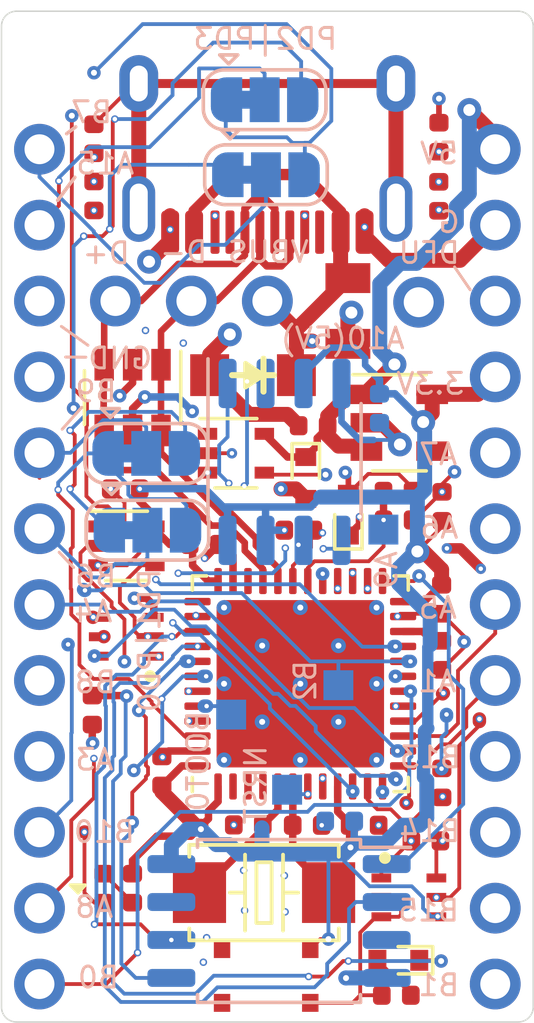
<source format=kicad_pcb>
(kicad_pcb (version 20171130) (host pcbnew "(5.1.6-0-10_14)")
  (layers (0 F.Cu signal) (1 In1.Cu signal hide) (2 In2.Cu signal hide) (31 B.Cu signal) (34 B.Paste user hide) (35 F.Paste user hide) (36 B.SilkS user) (37 F.SilkS user hide) (38 B.Mask user hide) (39 F.Mask user hide) (44 Edge.Cuts user))
  (net 0 "")
  (net 1 GND)
  (net 2 +5V)
  (net 3 +3V3)
  (net 4 "Net-(D1-Pad2)")
  (net 5 VBUS)
  (net 6 "Net-(FB1-Pad1)")
  (net 7 /D+)
  (net 8 /D-)
  (net 9 /A3)
  (net 10 "Net-(J3-PadA5)")
  (net 11 "Net-(J3-PadB5)")
  (net 12 /NRST)
  (net 13 /F0)
  (net 14 /F1)
  (net 15 /BOOT0)
  (net 16 /SwitchPin)
  (net 17 "Net-(D3-Pad+)")
  (net 18 /B0)
  (net 19 /B1)
  (net 20 /B2)
  (net 21 /B7)
  (net 22 /B6)
  (net 23 /A10)
  (net 24 /B13)
  (net 25 /B9)
  (net 26 /B15)
  (net 27 /B8)
  (net 28 /B14)
  (net 29 /A2)
  (net 30 /A1)
  (net 31 /DFU)
  (net 32 /A14)
  (net 33 /A13)
  (net 34 /B10)
  (net 35 /A15)
  (net 36 /C13)
  (net 37 /C14)
  (net 38 /C15)
  (net 39 "Net-(J3-PadB8)")
  (net 40 "Net-(J3-PadA8)")
  (net 41 "Net-(U1-Pad4)")
  (net 42 "Net-(U4-Pad1)")
  (net 43 "Net-(C12-Pad1)")
  (net 44 /VCAP_1)
  (net 45 "Net-(D2-Pad+)")
  (net 46 /VBUS_DET)
  (net 47 "Net-(U5-Pad1)")
  (net 48 "Net-(U6-Pad7)")
  (net 49 "Net-(U6-Pad3)")
  (net 50 "Net-(D3-Pad-)")
  (net 51 "Net-(D5-Pad1)")
  (net 52 /A10_5V)
  (net 53 /A8)
  (net 54 /A4)
  (net 55 /A6)
  (net 56 /A7)
  (net 57 /A5)
  (net 58 /A0_FRAM_CS)
  (net 59 /B3_SCK)
  (net 60 /B4_MISO)
  (net 61 /B12_FLASH_CS)
  (net 62 /B5_MOSI)
  (net 63 "Net-(Q2-Pad6)")
  (net 64 "Net-(K1-Pad3)")
  (net 65 "Net-(K1-Pad1)")
  (net 66 /PD3)
  (net 67 /PD2)
  (net 68 /PD0)
  (net 69 /PD1)
  (module Bonsai_C4:C_0402_1005Metric (layer B.Cu) (at 111.37 108.67 270)
    (fp_text reference C13 hide)
    (fp_text value cap_100nF_16v_0402 hide)
    (pad 2 smd roundrect (at 0.485 0 270) (size 0.59 0.64) (layers B.Cu B.Paste B.Mask) (net 1 GND))
    (pad 1 smd roundrect (at -0.485 0 270) (size 0.59 0.64) (layers B.Cu B.Paste B.Mask) (net 3 +3V3))
  )
  (module Bonsai_C4:PinHeader_1x12_P2.54mm_Vertical (layer F.Cu) (at 100 100)
    (fp_text reference J4 hide)
    (fp_text value HEADER-VERT_12P-2.54_ hide)
    (pad 1 thru_hole circle (at 0 0) (size 1.7 1.7) (drill 1) (layers *.Cu *.Mask) (net 66 /PD3))
    (pad 2 thru_hole oval (at 0 2.54) (size 1.7 1.7) (drill 1) (layers *.Cu *.Mask) (net 67 /PD2))
    (pad 3 thru_hole oval (at 0 5.08) (size 1.7 1.7) (drill 1) (layers *.Cu *.Mask) (net 1 GND))
    (pad 6 thru_hole oval (at 0 12.7) (size 1.7 1.7) (drill 1) (layers *.Cu *.Mask) (net 68 /PD0))
    (pad 5 thru_hole oval (at 0 10.16) (size 1.7 1.7) (drill 1) (layers *.Cu *.Mask) (net 69 /PD1))
    (pad 4 thru_hole circle (at 0 7.62) (size 1.7 1.7) (drill 1) (layers *.Cu *.Mask) (net 1 GND))
    (pad 10 thru_hole circle (at 0 22.86) (size 1.7 1.7) (drill 1) (layers *.Cu *.Mask) (net 34 /B10))
    (pad 8 thru_hole oval (at 0 17.78) (size 1.7 1.7) (drill 1) (layers *.Cu *.Mask) (net 27 /B8))
    (pad 7 thru_hole circle (at 0 15.24) (size 1.7 1.7) (drill 1) (layers *.Cu *.Mask) (net 54 /A4))
    (pad 11 thru_hole oval (at 0 25.4) (size 1.7 1.7) (drill 1) (layers *.Cu *.Mask) (net 53 /A8))
    (pad 12 thru_hole oval (at 0 27.94) (size 1.7 1.7) (drill 1) (layers *.Cu *.Mask) (net 18 /B0))
    (pad 9 thru_hole oval (at 0 20.32) (size 1.7 1.7) (drill 1) (layers *.Cu *.Mask) (net 9 /A3))
  )
  (module Bonsai_C4:PinHeader_1x12_P2.54mm_Vertical (layer F.Cu) (at 115.24 100)
    (fp_text reference J5 hide)
    (fp_text value HEADER-VERT_12P-2.54_ hide)
    (pad 1 thru_hole circle (at 0 0) (size 1.7 1.7) (drill 1) (layers *.Cu *.Mask) (net 2 +5V))
    (pad 2 thru_hole oval (at 0 2.54) (size 1.7 1.7) (drill 1) (layers *.Cu *.Mask) (net 1 GND))
    (pad 3 thru_hole oval (at 0 5.08) (size 1.7 1.7) (drill 1) (layers *.Cu *.Mask) (net 31 /DFU))
    (pad 6 thru_hole oval (at 0 12.7) (size 1.7 1.7) (drill 1) (layers *.Cu *.Mask) (net 55 /A6))
    (pad 5 thru_hole oval (at 0 10.16) (size 1.7 1.7) (drill 1) (layers *.Cu *.Mask) (net 56 /A7))
    (pad 4 thru_hole circle (at 0 7.62) (size 1.7 1.7) (drill 1) (layers *.Cu *.Mask) (net 3 +3V3))
    (pad 10 thru_hole circle (at 0 22.86) (size 1.7 1.7) (drill 1) (layers *.Cu *.Mask) (net 28 /B14))
    (pad 8 thru_hole oval (at 0 17.78) (size 1.7 1.7) (drill 1) (layers *.Cu *.Mask) (net 30 /A1))
    (pad 7 thru_hole circle (at 0 15.24) (size 1.7 1.7) (drill 1) (layers *.Cu *.Mask) (net 57 /A5))
    (pad 11 thru_hole oval (at 0 25.4) (size 1.7 1.7) (drill 1) (layers *.Cu *.Mask) (net 26 /B15))
    (pad 12 thru_hole oval (at 0 27.94) (size 1.7 1.7) (drill 1) (layers *.Cu *.Mask) (net 19 /B1))
    (pad 9 thru_hole oval (at 0 20.32) (size 1.7 1.7) (drill 1) (layers *.Cu *.Mask) (net 24 /B13))
  )
  (module Bonsai_C4:PinHeader_1x03_P2.54mm_Vertical (layer F.Cu) (at 107.62 105.08 270)
    (fp_text reference J1 hide)
    (fp_text value HEADER-VERT_3P-2.54_ hide)
    (pad 3 thru_hole oval (at 0 5.08 270) (size 1.7 1.7) (drill 1) (layers *.Cu *.Mask) (net 7 /D+))
    (pad 2 thru_hole oval (at 0 2.54 270) (size 1.7 1.7) (drill 1) (layers *.Cu *.Mask) (net 8 /D-))
    (pad 1 thru_hole circle (at 0 0 270) (size 1.7 1.7) (drill 1) (layers *.Cu *.Mask) (net 5 VBUS))
  )
  (module Bonsai_C4:PinHeader_1x01_P2.54mm_Vertical (layer F.Cu) (at 112.68 105.12)
    (fp_text reference J2 hide)
    (fp_text value HEADER-VERT_1P-2.54_ hide)
    (pad 1 thru_hole circle (at 0 0) (size 1.7 1.7) (drill 1) (layers *.Cu *.Mask) (net 52 /A10_5V))
  )
  (module Bonsai_C4:C_0402_1005Metric (layer F.Cu) (at 102.868 111.368 180)
    (fp_text reference C11 hide)
    (fp_text value cap_1uF_10v_0402 hide)
    (pad 2 smd roundrect (at 0.485 0 180) (size 0.59 0.64) (layers F.Cu F.Paste F.Mask) (net 1 GND))
    (pad 1 smd roundrect (at -0.485 0 180) (size 0.59 0.64) (layers F.Cu F.Paste F.Mask) (net 3 +3V3))
  )
  (module Jumper:SolderJumper-3_P1.3mm_Bridged12_RoundedPad1.0x1.5mm (layer B.Cu) (at 103.61 112.75)
    (fp_text reference JP4 hide)
    (fp_text value SolderJumper_3_Bridged12)
    (fp_poly (pts (xy -0.9 0.3) (xy -0.4 0.3) (xy -0.4 -0.3) (xy -0.9 -0.3)) (layer B.Cu) (width 0))
    (pad 1 smd custom (at -1.3 0) (size 1 0.5) (layers B.Cu B.Mask) (net 22 /B6) (options (clearance outline) (anchor rect)) (primitives (gr_circle (center 0 -0.25) (end 0.5 -0.25) (width 0)) (gr_circle (center 0 0.25) (end 0.5 0.25) (width 0)) (gr_poly (pts (xy 0.55 0.75) (xy 0 0.75) (xy 0 -0.75) (xy 0.55 -0.75)) (width 0))))
    (pad 2 smd rect (at 0 0) (size 1 1.5) (layers B.Cu B.Mask) (net 68 /PD0))
    (pad 3 smd custom (at 1.3 0) (size 1 0.5) (layers B.Cu B.Mask) (net 25 /B9) (options (clearance outline) (anchor rect)) (primitives (gr_circle (center 0 -0.25) (end 0.5 -0.25) (width 0)) (gr_circle (center 0 0.25) (end 0.5 0.25) (width 0)) (gr_poly (pts (xy -0.55 0.75) (xy 0 0.75) (xy 0 -0.75) (xy -0.55 -0.75)) (width 0))))
  )
  (module Jumper:SolderJumper-3_P1.3mm_Bridged12_RoundedPad1.0x1.5mm (layer B.Cu) (at 103.57 110.18)
    (fp_text reference JP3 hide)
    (fp_text value SolderJumper_3_Bridged12)
    (fp_poly (pts (xy -0.9 0.3) (xy -0.4 0.3) (xy -0.4 -0.3) (xy -0.9 -0.3)) (layer B.Cu) (width 0))
    (pad 1 smd custom (at -1.3 0) (size 1 0.5) (layers B.Cu B.Mask) (net 25 /B9) (options (clearance outline) (anchor rect)) (primitives (gr_circle (center 0 -0.25) (end 0.5 -0.25) (width 0)) (gr_circle (center 0 0.25) (end 0.5 0.25) (width 0)) (gr_poly (pts (xy 0.55 0.75) (xy 0 0.75) (xy 0 -0.75) (xy 0.55 -0.75)) (width 0))))
    (pad 2 smd rect (at 0 0) (size 1 1.5) (layers B.Cu B.Mask) (net 69 /PD1))
    (pad 3 smd custom (at 1.3 0) (size 1 0.5) (layers B.Cu B.Mask) (net 22 /B6) (options (clearance outline) (anchor rect)) (primitives (gr_circle (center 0 -0.25) (end 0.5 -0.25) (width 0)) (gr_circle (center 0 0.25) (end 0.5 0.25) (width 0)) (gr_poly (pts (xy -0.55 0.75) (xy 0 0.75) (xy 0 -0.75) (xy -0.55 -0.75)) (width 0))))
  )
  (module Bonsai_C4:PAD_SQUARE_1MM (layer B.Cu) (at 111.5 112.73)
    (fp_text reference J8 hide)
    (fp_text value PAD_SQUARE_1MM hide)
    (pad 1 smd rect (at 0 0) (size 1 1) (layers B.Cu B.Mask) (net 46 /VBUS_DET))
  )
  (module Bonsai_C4:TYPE-C-31-M-12 (layer F.Cu) (at 105.86 99.22)
    (fp_text reference J3)
    (fp_text value TYPE-C-31-M12_13)
    (pad S thru_hole oval (at -2.54 2.78 180) (size 1.1 2.2) (drill oval 0.6 1.7) (layers *.Cu *.Mask) (net 6 "Net-(FB1-Pad1)"))
    (pad S thru_hole oval (at -2.54 -1.42 180) (size 1.3 1.9) (drill oval 0.6 1.2) (layers *.Cu *.Mask) (net 6 "Net-(FB1-Pad1)"))
    (pad "" np_thru_hole circle (at -1.13 2.229 180) (size 0.65 0.65) (drill 0.65) (layers *.Cu *.Mask))
    (pad "" np_thru_hole circle (at 4.65 2.229 180) (size 0.65 0.65) (drill 0.65) (layers *.Cu *.Mask))
    (pad S thru_hole oval (at 6.06 -1.42 180) (size 1.3 1.9) (drill oval 0.6 1.2) (layers *.Cu *.Mask) (net 6 "Net-(FB1-Pad1)"))
    (pad A1 smd roundrect (at 5.01 3.005 180) (size 0.6 1.45) (drill (offset 0 -0.55)) (layers F.Cu F.Paste F.Mask) (net 1 GND))
    (pad B8 smd roundrect (at 3.51 3.005 180) (size 0.3 1.45) (drill (offset 0 -0.55)) (layers F.Cu F.Paste F.Mask) (net 39 "Net-(J3-PadB8)"))
    (pad A5 smd roundrect (at 3.01 3.005 180) (size 0.3 1.45) (drill (offset 0 -0.55)) (layers F.Cu F.Paste F.Mask) (net 10 "Net-(J3-PadA5)"))
    (pad B7 smd roundrect (at 2.51 3.005 180) (size 0.3 1.45) (drill (offset 0 -0.55)) (layers F.Cu F.Paste F.Mask) (net 8 /D-))
    (pad A6 smd roundrect (at 2.01 3.005 180) (size 0.3 1.45) (drill (offset 0 -0.55)) (layers F.Cu F.Paste F.Mask) (net 7 /D+))
    (pad B5 smd roundrect (at 0.01 3.005 180) (size 0.3 1.45) (drill (offset 0 -0.55)) (layers F.Cu F.Paste F.Mask) (net 11 "Net-(J3-PadB5)"))
    (pad A8 smd roundrect (at 0.51 3.005 180) (size 0.3 1.45) (drill (offset 0 -0.55)) (layers F.Cu F.Paste F.Mask) (net 40 "Net-(J3-PadA8)"))
    (pad B6 smd roundrect (at 1.01 3.005 180) (size 0.3 1.45) (drill (offset 0 -0.55)) (layers F.Cu F.Paste F.Mask) (net 7 /D+))
    (pad A7 smd roundrect (at 1.51 3.005 180) (size 0.3 1.45) (drill (offset 0 -0.55)) (layers F.Cu F.Paste F.Mask) (net 8 /D-))
    (pad S thru_hole oval (at 6.06 2.78 180) (size 1.1 2.2) (drill oval 0.6 1.7) (layers *.Cu *.Mask) (net 6 "Net-(FB1-Pad1)"))
    (pad A4 smd roundrect (at 4.21 3.005 180) (size 0.6 1.45) (drill (offset 0 -0.55)) (layers F.Cu F.Paste F.Mask) (net 5 VBUS))
    (pad B1 smd roundrect (at -1.49 3.005 180) (size 0.6 1.45) (drill (offset 0 -0.55)) (layers F.Cu F.Paste F.Mask) (net 1 GND))
    (pad B4 smd roundrect (at -0.69 3.005 180) (size 0.6 1.45) (drill (offset 0 -0.55)) (layers F.Cu F.Paste F.Mask) (net 5 VBUS))
  )
  (module Jumper:SolderJumper-3_P1.3mm_Bridged12_RoundedPad1.0x1.5mm (layer B.Cu) (at 107.529 98.343)
    (fp_text reference JP1 hide)
    (fp_text value SolderJumper_3_Bridged12)
    (fp_poly (pts (xy -0.9 0.3) (xy -0.4 0.3) (xy -0.4 -0.3) (xy -0.9 -0.3)) (layer B.Cu) (width 0))
    (pad 1 smd custom (at -1.3 0) (size 1 0.5) (layers B.Cu B.Mask) (net 35 /A15) (options (clearance outline) (anchor rect)) (primitives (gr_circle (center 0 -0.25) (end 0.5 -0.25) (width 0)) (gr_circle (center 0 0.25) (end 0.5 0.25) (width 0)) (gr_poly (pts (xy 0.55 0.75) (xy 0 0.75) (xy 0 -0.75) (xy 0.55 -0.75)) (width 0))))
    (pad 2 smd rect (at 0 0) (size 1 1.5) (layers B.Cu B.Mask) (net 67 /PD2))
    (pad 3 smd custom (at 1.3 0) (size 1 0.5) (layers B.Cu B.Mask) (net 21 /B7) (options (clearance outline) (anchor rect)) (primitives (gr_circle (center 0 -0.25) (end 0.5 -0.25) (width 0)) (gr_circle (center 0 0.25) (end 0.5 0.25) (width 0)) (gr_poly (pts (xy -0.55 0.75) (xy 0 0.75) (xy 0 -0.75) (xy -0.55 -0.75)) (width 0))))
  )
  (module Jumper:SolderJumper-3_P1.3mm_Bridged12_RoundedPad1.0x1.5mm (layer B.Cu) (at 107.573 100.853)
    (fp_text reference JP2 hide)
    (fp_text value SolderJumper_3_Bridged12)
    (fp_poly (pts (xy -0.9 0.3) (xy -0.4 0.3) (xy -0.4 -0.3) (xy -0.9 -0.3)) (layer B.Cu) (width 0))
    (pad 1 smd custom (at -1.3 0) (size 1 0.5) (layers B.Cu B.Mask) (net 21 /B7) (options (clearance outline) (anchor rect)) (primitives (gr_circle (center 0 -0.25) (end 0.5 -0.25) (width 0)) (gr_circle (center 0 0.25) (end 0.5 0.25) (width 0)) (gr_poly (pts (xy 0.55 0.75) (xy 0 0.75) (xy 0 -0.75) (xy 0.55 -0.75)) (width 0))))
    (pad 2 smd rect (at 0 0) (size 1 1.5) (layers B.Cu B.Mask) (net 66 /PD3))
    (pad 3 smd custom (at 1.3 0) (size 1 0.5) (layers B.Cu B.Mask) (net 35 /A15) (options (clearance outline) (anchor rect)) (primitives (gr_circle (center 0 -0.25) (end 0.5 -0.25) (width 0)) (gr_circle (center 0 0.25) (end 0.5 0.25) (width 0)) (gr_poly (pts (xy -0.55 0.75) (xy 0 0.75) (xy 0 -0.75) (xy -0.55 -0.75)) (width 0))))
  )
  (module Bonsai_C4:QFN-48-1EP_7x7mm_P0.5mm_EP5.6x5.6mm_ThermalVias (layer F.Cu) (at 108.722 117.89 90)
    (fp_text reference U3 hide)
    (fp_text value STM32F411CEU6)
    (pad 49 smd roundrect (at 0 0 90) (size 5.6 5.6) (layers F.Cu F.Mask) (roundrect_rratio 0.044643) (net 1 GND))
    (pad 49 thru_hole circle (at -2.55 -2.55 90) (size 0.5 0.5) (drill 0.2) (layers *.Cu) (net 1 GND))
    (pad 49 thru_hole circle (at 0 -2.55 90) (size 0.5 0.5) (drill 0.2) (layers *.Cu) (net 1 GND))
    (pad 49 thru_hole circle (at 2.55 -2.55 90) (size 0.5 0.5) (drill 0.2) (layers *.Cu) (net 1 GND))
    (pad 49 thru_hole circle (at -1.275 -1.275 90) (size 0.5 0.5) (drill 0.2) (layers *.Cu) (net 1 GND))
    (pad 49 thru_hole circle (at 1.275 -1.275 90) (size 0.5 0.5) (drill 0.2) (layers *.Cu) (net 1 GND))
    (pad 49 thru_hole circle (at -2.55 0 90) (size 0.5 0.5) (drill 0.2) (layers *.Cu) (net 1 GND))
    (pad 49 thru_hole circle (at 0 0 90) (size 0.5 0.5) (drill 0.2) (layers *.Cu) (net 1 GND))
    (pad 49 thru_hole circle (at 2.55 0 90) (size 0.5 0.5) (drill 0.2) (layers *.Cu) (net 1 GND))
    (pad 49 thru_hole circle (at -1.275 1.275 90) (size 0.5 0.5) (drill 0.2) (layers *.Cu) (net 1 GND))
    (pad 49 thru_hole circle (at 1.275 1.275 90) (size 0.5 0.5) (drill 0.2) (layers *.Cu) (net 1 GND))
    (pad 49 thru_hole circle (at -2.55 2.55 90) (size 0.5 0.5) (drill 0.2) (layers *.Cu) (net 1 GND))
    (pad 49 thru_hole circle (at 0 2.55 90) (size 0.5 0.5) (drill 0.2) (layers *.Cu) (net 1 GND))
    (pad 49 thru_hole circle (at 2.55 2.55 90) (size 0.5 0.5) (drill 0.2) (layers *.Cu) (net 1 GND))
    (pad 1 smd roundrect (at -3.4375 -2.75 90) (size 0.875 0.25) (layers F.Cu F.Paste F.Mask) (net 3 +3V3))
    (pad 2 smd roundrect (at -3.4375 -2.25 90) (size 0.875 0.25) (layers F.Cu F.Paste F.Mask) (net 36 /C13))
    (pad 3 smd roundrect (at -3.4375 -1.75 90) (size 0.875 0.25) (layers F.Cu F.Paste F.Mask) (net 37 /C14))
    (pad 4 smd roundrect (at -3.4375 -1.25 90) (size 0.875 0.25) (layers F.Cu F.Paste F.Mask) (net 38 /C15))
    (pad 5 smd roundrect (at -3.4375 -0.75 90) (size 0.875 0.25) (layers F.Cu F.Paste F.Mask) (net 13 /F0))
    (pad 6 smd roundrect (at -3.4375 -0.25 90) (size 0.875 0.25) (layers F.Cu F.Paste F.Mask) (net 14 /F1))
    (pad 7 smd roundrect (at -3.4375 0.25 90) (size 0.875 0.25) (layers F.Cu F.Paste F.Mask) (net 12 /NRST))
    (pad 8 smd roundrect (at -3.4375 0.75 90) (size 0.875 0.25) (layers F.Cu F.Paste F.Mask) (net 1 GND))
    (pad 9 smd roundrect (at -3.4375 1.25 90) (size 0.875 0.25) (layers F.Cu F.Paste F.Mask) (net 3 +3V3))
    (pad 10 smd roundrect (at -3.4375 1.75 90) (size 0.875 0.25) (layers F.Cu F.Paste F.Mask) (net 58 /A0_FRAM_CS))
    (pad 11 smd roundrect (at -3.4375 2.25 90) (size 0.875 0.25) (layers F.Cu F.Paste F.Mask) (net 30 /A1))
    (pad 12 smd roundrect (at -3.4375 2.75 90) (size 0.875 0.25) (layers F.Cu F.Paste F.Mask) (net 29 /A2))
    (pad 13 smd roundrect (at -2.75 3.4375 90) (size 0.25 0.875) (layers F.Cu F.Paste F.Mask) (net 9 /A3))
    (pad 14 smd roundrect (at -2.25 3.4375 90) (size 0.25 0.875) (layers F.Cu F.Paste F.Mask) (net 54 /A4))
    (pad 15 smd roundrect (at -1.75 3.4375 90) (size 0.25 0.875) (layers F.Cu F.Paste F.Mask) (net 57 /A5))
    (pad 16 smd roundrect (at -1.25 3.4375 90) (size 0.25 0.875) (layers F.Cu F.Paste F.Mask) (net 55 /A6))
    (pad 17 smd roundrect (at -0.75 3.4375 90) (size 0.25 0.875) (layers F.Cu F.Paste F.Mask) (net 56 /A7))
    (pad 18 smd roundrect (at -0.25 3.4375 90) (size 0.25 0.875) (layers F.Cu F.Paste F.Mask) (net 18 /B0))
    (pad 19 smd roundrect (at 0.25 3.4375 90) (size 0.25 0.875) (layers F.Cu F.Paste F.Mask) (net 19 /B1))
    (pad 20 smd roundrect (at 0.75 3.4375 90) (size 0.25 0.875) (layers F.Cu F.Paste F.Mask) (net 20 /B2))
    (pad 21 smd roundrect (at 1.25 3.4375 90) (size 0.25 0.875) (layers F.Cu F.Paste F.Mask) (net 34 /B10))
    (pad 22 smd roundrect (at 1.75 3.4375 90) (size 0.25 0.875) (layers F.Cu F.Paste F.Mask) (net 44 /VCAP_1))
    (pad 23 smd roundrect (at 2.25 3.4375 90) (size 0.25 0.875) (layers F.Cu F.Paste F.Mask) (net 1 GND))
    (pad 24 smd roundrect (at 2.75 3.4375 90) (size 0.25 0.875) (layers F.Cu F.Paste F.Mask) (net 3 +3V3))
    (pad 25 smd roundrect (at 3.4375 2.75 90) (size 0.875 0.25) (layers F.Cu F.Paste F.Mask) (net 61 /B12_FLASH_CS))
    (pad 26 smd roundrect (at 3.4375 2.25 90) (size 0.875 0.25) (layers F.Cu F.Paste F.Mask) (net 24 /B13))
    (pad 27 smd roundrect (at 3.4375 1.75 90) (size 0.875 0.25) (layers F.Cu F.Paste F.Mask) (net 28 /B14))
    (pad 28 smd roundrect (at 3.4375 1.25 90) (size 0.875 0.25) (layers F.Cu F.Paste F.Mask) (net 26 /B15))
    (pad 29 smd roundrect (at 3.4375 0.75 90) (size 0.875 0.25) (layers F.Cu F.Paste F.Mask) (net 53 /A8))
    (pad 30 smd roundrect (at 3.4375 0.25 90) (size 0.875 0.25) (layers F.Cu F.Paste F.Mask) (net 46 /VBUS_DET))
    (pad 31 smd roundrect (at 3.4375 -0.25 90) (size 0.875 0.25) (layers F.Cu F.Paste F.Mask) (net 23 /A10))
    (pad 32 smd roundrect (at 3.4375 -0.75 90) (size 0.875 0.25) (layers F.Cu F.Paste F.Mask) (net 8 /D-))
    (pad 33 smd roundrect (at 3.4375 -1.25 90) (size 0.875 0.25) (layers F.Cu F.Paste F.Mask) (net 7 /D+))
    (pad 34 smd roundrect (at 3.4375 -1.75 90) (size 0.875 0.25) (layers F.Cu F.Paste F.Mask) (net 33 /A13))
    (pad 35 smd roundrect (at 3.4375 -2.25 90) (size 0.875 0.25) (layers F.Cu F.Paste F.Mask) (net 1 GND))
    (pad 36 smd roundrect (at 3.4375 -2.75 90) (size 0.875 0.25) (layers F.Cu F.Paste F.Mask) (net 3 +3V3))
    (pad 37 smd roundrect (at 2.75 -3.4375 90) (size 0.25 0.875) (layers F.Cu F.Paste F.Mask) (net 32 /A14))
    (pad 38 smd roundrect (at 2.25 -3.4375 90) (size 0.25 0.875) (layers F.Cu F.Paste F.Mask) (net 35 /A15))
    (pad 39 smd roundrect (at 1.75 -3.4375 90) (size 0.25 0.875) (layers F.Cu F.Paste F.Mask) (net 59 /B3_SCK))
    (pad 40 smd roundrect (at 1.25 -3.4375 90) (size 0.25 0.875) (layers F.Cu F.Paste F.Mask) (net 60 /B4_MISO))
    (pad 41 smd roundrect (at 0.75 -3.4375 90) (size 0.25 0.875) (layers F.Cu F.Paste F.Mask) (net 62 /B5_MOSI))
    (pad 42 smd roundrect (at 0.25 -3.4375 90) (size 0.25 0.875) (layers F.Cu F.Paste F.Mask) (net 22 /B6))
    (pad 43 smd roundrect (at -0.25 -3.4375 90) (size 0.25 0.875) (layers F.Cu F.Paste F.Mask) (net 21 /B7))
    (pad 44 smd roundrect (at -0.75 -3.4375 90) (size 0.25 0.875) (layers F.Cu F.Paste F.Mask) (net 15 /BOOT0))
    (pad 45 smd roundrect (at -1.25 -3.4375 90) (size 0.25 0.875) (layers F.Cu F.Paste F.Mask) (net 27 /B8))
    (pad 46 smd roundrect (at -1.75 -3.4375 90) (size 0.25 0.875) (layers F.Cu F.Paste F.Mask) (net 25 /B9))
    (pad 47 smd roundrect (at -2.25 -3.4375 90) (size 0.25 0.875) (layers F.Cu F.Paste F.Mask) (net 1 GND))
    (pad 48 smd roundrect (at -2.75 -3.4375 90) (size 0.25 0.875) (layers F.Cu F.Paste F.Mask) (net 3 +3V3))
  )
  (module Bonsai_C4:SW4-SMD-3.0X2.6X0.7MM (layer F.Cu) (at 107.58 127.67)
    (fp_text reference K1 hide)
    (fp_text value SMD-SWITCH-TACTILE-SPST-NO_4P-3.0MMx2.6MM_ hide)
    (pad 2 smd rect (at 1.475 -0.9) (size 0.55 0.6) (layers F.Cu F.Paste F.Mask) (net 3 +3V3))
    (pad 4 smd rect (at 1.475 0.9) (size 0.55 0.6) (layers F.Cu F.Paste F.Mask) (net 16 /SwitchPin))
    (pad 3 smd rect (at -1.475 0.9) (size 0.55 0.6) (layers F.Cu F.Paste F.Mask) (net 64 "Net-(K1-Pad3)"))
    (pad 1 smd rect (at -1.475 -0.9) (size 0.55 0.6) (layers F.Cu F.Paste F.Mask) (net 65 "Net-(K1-Pad1)"))
  )
  (module Bonsai_C4:SOP-8_3.9x4.9mm_P1.27mm (layer B.Cu) (at 108.195 110.465 270)
    (fp_text reference U7 hide)
    (fp_text value MB85RS64PNF-G-JNERE1)
    (pad 8 smd roundrect (at 2.625 1.905 270) (size 1.65 0.6) (layers B.Cu B.Paste B.Mask) (net 3 +3V3))
    (pad 7 smd roundrect (at 2.625 0.635 270) (size 1.65 0.6) (layers B.Cu B.Paste B.Mask) (net 3 +3V3))
    (pad 6 smd roundrect (at 2.625 -0.635 270) (size 1.65 0.6) (layers B.Cu B.Paste B.Mask) (net 59 /B3_SCK))
    (pad 5 smd roundrect (at 2.625 -1.905 270) (size 1.65 0.6) (layers B.Cu B.Paste B.Mask) (net 62 /B5_MOSI))
    (pad 4 smd roundrect (at -2.625 -1.905 270) (size 1.65 0.6) (layers B.Cu B.Paste B.Mask) (net 1 GND))
    (pad 3 smd roundrect (at -2.625 -0.635 270) (size 1.65 0.6) (layers B.Cu B.Paste B.Mask) (net 3 +3V3))
    (pad 2 smd roundrect (at -2.625 0.635 270) (size 1.65 0.6) (layers B.Cu B.Paste B.Mask) (net 60 /B4_MISO))
    (pad 1 smd roundrect (at -2.625 1.905 270) (size 1.65 0.6) (layers B.Cu B.Paste B.Mask) (net 58 /A0_FRAM_CS))
  )
  (module Bonsai_C4:SOIC-8_5.23x5.23mm_P1.27mm (layer B.Cu) (at 108.01 125.83 180)
    (fp_text reference U6 hide)
    (fp_text value W25Q128JVSIQ)
    (pad 8 smd roundrect (at 3.6 1.905 180) (size 1.6 0.6) (layers B.Cu B.Paste B.Mask) (net 3 +3V3))
    (pad 7 smd roundrect (at 3.6 0.635 180) (size 1.6 0.6) (layers B.Cu B.Paste B.Mask) (net 48 "Net-(U6-Pad7)"))
    (pad 6 smd roundrect (at 3.6 -0.635 180) (size 1.6 0.6) (layers B.Cu B.Paste B.Mask) (net 59 /B3_SCK))
    (pad 5 smd roundrect (at 3.6 -1.905 180) (size 1.6 0.6) (layers B.Cu B.Paste B.Mask) (net 62 /B5_MOSI))
    (pad 4 smd roundrect (at -3.6 -1.905 180) (size 1.6 0.6) (layers B.Cu B.Paste B.Mask) (net 1 GND))
    (pad 3 smd roundrect (at -3.6 -0.635 180) (size 1.6 0.6) (layers B.Cu B.Paste B.Mask) (net 49 "Net-(U6-Pad3)"))
    (pad 2 smd roundrect (at -3.6 0.635 180) (size 1.6 0.6) (layers B.Cu B.Paste B.Mask) (net 60 /B4_MISO))
    (pad 1 smd roundrect (at -3.6 1.905 180) (size 1.6 0.6) (layers B.Cu B.Paste B.Mask) (net 61 /B12_FLASH_CS))
  )
  (module Bonsai_C4:SOT-23-6 (layer F.Cu) (at 103.114 108.312 270)
    (fp_text reference U2 hide)
    (fp_text value SRV05-4)
    (pad 5 smd rect (at 1.1 0 270) (size 1.06 0.65) (layers F.Cu F.Paste F.Mask) (net 51 "Net-(D5-Pad1)"))
    (pad 6 smd rect (at 1.1 -0.95 270) (size 1.06 0.65) (layers F.Cu F.Paste F.Mask) (net 8 /D-))
    (pad 4 smd rect (at 1.1 0.95 270) (size 1.06 0.65) (layers F.Cu F.Paste F.Mask) (net 7 /D+))
    (pad 3 smd rect (at -1.1 0.95 270) (size 1.06 0.65) (layers F.Cu F.Paste F.Mask) (net 7 /D+))
    (pad 2 smd rect (at -1.1 0 270) (size 1.06 0.65) (layers F.Cu F.Paste F.Mask) (net 1 GND))
    (pad 1 smd rect (at -1.1 -0.95 270) (size 1.06 0.65) (layers F.Cu F.Paste F.Mask) (net 8 /D-))
  )
  (module Bonsai_C4:R_0402_1005Metric (layer F.Cu) (at 113.454 121.208 90)
    (fp_text reference R9 hide)
    (fp_text value r_470_0402_1p hide)
    (pad 2 smd roundrect (at 0.485 0 90) (size 0.59 0.64) (layers F.Cu F.Paste F.Mask) (net 20 /B2))
    (pad 1 smd roundrect (at -0.485 0 90) (size 0.59 0.64) (layers F.Cu F.Paste F.Mask) (net 63 "Net-(Q2-Pad6)"))
  )
  (module Bonsai_C4:R_0402_1005Metric (layer F.Cu) (at 108.673 112.75)
    (fp_text reference R8 hide)
    (fp_text value r_100k_0402_1p hide)
    (pad 2 smd roundrect (at 0.485 0) (size 0.59 0.64) (layers F.Cu F.Paste F.Mask) (net 23 /A10))
    (pad 1 smd roundrect (at -0.485 0) (size 0.59 0.64) (layers F.Cu F.Paste F.Mask) (net 3 +3V3))
  )
  (module Bonsai_C4:D_SOD-523 (layer F.Cu) (at 110.33 112.23 90)
    (fp_text reference D5 hide)
    (fp_text value PMEG2010AEB hide)
    (pad 2 smd rect (at 0.7 0 90) (size 0.6 0.7) (layers F.Cu F.Paste F.Mask) (net 5 VBUS))
    (pad 1 smd rect (at -0.7 0 90) (size 0.6 0.7) (layers F.Cu F.Paste F.Mask) (net 51 "Net-(D5-Pad1)"))
  )
  (module Bonsai_C4:D_SOD-123FL (layer F.Cu) (at 107.141 107.561 180)
    (fp_text reference D4 hide)
    (fp_text value SMF5.0A)
    (pad 2 smd rect (at 1.45 0 180) (size 1.3 1.4) (layers F.Cu F.Paste F.Mask) (net 1 GND))
    (pad 1 smd rect (at -1.45 0 180) (size 1.3 1.4) (layers F.Cu F.Paste F.Mask) (net 5 VBUS))
  )
  (module Bonsai_C4:C_0402_1005Metric (layer F.Cu) (at 113.462 111.951 90)
    (fp_text reference C6 hide)
    (fp_text value cap_4.7uF_10v_0402 hide)
    (pad 1 smd roundrect (at -0.485 0 90) (size 0.59 0.64) (layers F.Cu F.Paste F.Mask) (net 3 +3V3))
    (pad 2 smd roundrect (at 0.485 0 90) (size 0.59 0.64) (layers F.Cu F.Paste F.Mask) (net 1 GND))
  )
  (module Bonsai_C4:D_SOD-523 (layer F.Cu) (at 108.905 111.002 270)
    (fp_text reference D1 hide)
    (fp_text value PMEG2010AEB hide)
    (pad 2 smd rect (at 0.7 0 270) (size 0.6 0.7) (layers F.Cu F.Paste F.Mask) (net 4 "Net-(D1-Pad2)"))
    (pad 1 smd rect (at -0.7 0 270) (size 0.6 0.7) (layers F.Cu F.Paste F.Mask) (net 2 +5V))
  )
  (module Bonsai_C4:C_0402_1005Metric (layer F.Cu) (at 113.446 116.937 270)
    (fp_text reference C14 hide)
    (fp_text value cap_4.7uF_10v_0402 hide)
    (pad 2 smd roundrect (at 0.485 0 270) (size 0.59 0.64) (layers F.Cu F.Paste F.Mask) (net 1 GND))
    (pad 1 smd roundrect (at -0.485 0 270) (size 0.59 0.64) (layers F.Cu F.Paste F.Mask) (net 44 /VCAP_1))
  )
  (module Bonsai_C4:SOT-353_SC-70-5 (layer F.Cu) (at 102.909 113.275 180)
    (fp_text reference U5 hide)
    (fp_text value SN74LV1T34DCKR hide)
    (pad 5 smd rect (at -0.95 0.65) (size 0.65 0.4) (layers F.Cu F.Paste F.Mask) (net 3 +3V3))
    (pad 4 smd rect (at -0.95 -0.65) (size 0.65 0.4) (layers F.Cu F.Paste F.Mask) (net 15 /BOOT0))
    (pad 2 smd rect (at 0.95 0) (size 0.65 0.4) (layers F.Cu F.Paste F.Mask) (net 43 "Net-(C12-Pad1)"))
    (pad 3 smd rect (at 0.95 -0.65) (size 0.65 0.4) (layers F.Cu F.Paste F.Mask) (net 1 GND))
    (pad 1 smd rect (at 0.95 0.65) (size 0.65 0.4) (layers F.Cu F.Paste F.Mask) (net 47 "Net-(U5-Pad1)"))
  )
  (module Bonsai_C4:R_0402_1005Metric (layer F.Cu) (at 111.932 128.315)
    (fp_text reference R7 hide)
    (fp_text value r_75_0402_1p hide)
    (pad 2 smd roundrect (at 0.485 0) (size 0.59 0.64) (layers F.Cu F.Paste F.Mask) (net 45 "Net-(D2-Pad+)"))
    (pad 1 smd roundrect (at -0.485 0) (size 0.59 0.64) (layers F.Cu F.Paste F.Mask) (net 16 /SwitchPin))
  )
  (module Bonsai_C4:R_0402_1005Metric (layer F.Cu) (at 111.992 112.408)
    (fp_text reference R6 hide)
    (fp_text value r_10k_0402_1p hide)
    (pad 2 smd roundrect (at 0.485 0) (size 0.59 0.64) (layers F.Cu F.Paste F.Mask) (net 1 GND))
    (pad 1 smd roundrect (at -0.485 0) (size 0.59 0.64) (layers F.Cu F.Paste F.Mask) (net 46 /VBUS_DET))
  )
  (module Bonsai_C4:R_0402_1005Metric (layer F.Cu) (at 111.989 111.45 180)
    (fp_text reference R5 hide)
    (fp_text value r_4.7k_0402_1p hide)
    (pad 2 smd roundrect (at 0.485 0 180) (size 0.59 0.64) (layers F.Cu F.Paste F.Mask) (net 46 /VBUS_DET))
    (pad 1 smd roundrect (at -0.485 0 180) (size 0.59 0.64) (layers F.Cu F.Paste F.Mask) (net 5 VBUS))
  )
  (module Bonsai_C4:SOT-363_SC-70-6_SC-88 (layer F.Cu) (at 102.902 116.317)
    (fp_text reference Q2 hide)
    (fp_text value MUN5311DW1T1G)
    (pad 6 smd rect (at -0.92 0.65 180) (size 0.66 0.3) (layers F.Cu F.Paste F.Mask) (net 63 "Net-(Q2-Pad6)"))
    (pad 4 smd rect (at -0.92 -0.65 180) (size 0.66 0.3) (layers F.Cu F.Paste F.Mask) (net 50 "Net-(D3-Pad-)"))
    (pad 2 smd rect (at 0.92 0 180) (size 0.66 0.3) (layers F.Cu F.Paste F.Mask) (net 15 /BOOT0))
    (pad 5 smd rect (at -0.92 0 180) (size 0.66 0.3) (layers F.Cu F.Paste F.Mask) (net 20 /B2))
    (pad 3 smd rect (at 0.92 -0.65 180) (size 0.66 0.3) (layers F.Cu F.Paste F.Mask) (net 1 GND))
    (pad 1 smd rect (at 0.92 0.65 180) (size 0.66 0.3) (layers F.Cu F.Paste F.Mask) (net 1 GND))
  )
  (module Bonsai_C4:C_0402_1005Metric (layer B.Cu) (at 110.04 122.49 180)
    (fp_text reference C5 hide)
    (fp_text value cap_100nF_16v_0402 hide)
    (pad 2 smd roundrect (at 0.485 0 180) (size 0.59 0.64) (layers B.Cu B.Paste B.Mask) (net 1 GND))
    (pad 1 smd roundrect (at -0.485 0 180) (size 0.59 0.64) (layers B.Cu B.Paste B.Mask) (net 3 +3V3))
  )
  (module Bonsai_C4:D_SOD-523 (layer F.Cu) (at 112 127.145 180)
    (fp_text reference D2 hide)
    (fp_text value 1N4148 hide)
    (pad + smd rect (at 0.7 0 180) (size 0.6 0.7) (layers F.Cu F.Paste F.Mask) (net 45 "Net-(D2-Pad+)"))
    (pad - smd rect (at -0.7 0 180) (size 0.6 0.7) (layers F.Cu F.Paste F.Mask) (net 43 "Net-(C12-Pad1)"))
  )
  (module Bonsai_C4:SOT-23-5 (layer F.Cu) (at 112.032 109.155 180)
    (fp_text reference U1 hide)
    (fp_text value AAP2967-33VIR1)
    (pad 5 smd rect (at -1.1 0.95) (size 1.06 0.65) (layers F.Cu F.Paste F.Mask) (net 3 +3V3))
    (pad 4 smd rect (at -1.1 -0.95) (size 1.06 0.65) (layers F.Cu F.Paste F.Mask) (net 41 "Net-(U1-Pad4)"))
    (pad 3 smd rect (at 1.1 -0.95) (size 1.06 0.65) (layers F.Cu F.Paste F.Mask) (net 2 +5V))
    (pad 2 smd rect (at 1.1 0) (size 1.06 0.65) (layers F.Cu F.Paste F.Mask) (net 1 GND))
    (pad 1 smd rect (at 1.1 0.95) (size 1.06 0.65) (layers F.Cu F.Paste F.Mask) (net 2 +5V))
  )
  (module Bonsai_C4:SOT-353_SC-70-5 (layer F.Cu) (at 106.569 110.174 180)
    (fp_text reference U4 hide)
    (fp_text value SN74LV1T34DCKR hide)
    (pad 5 smd rect (at -0.95 0.65) (size 0.65 0.4) (layers F.Cu F.Paste F.Mask) (net 2 +5V))
    (pad 4 smd rect (at -0.95 -0.65) (size 0.65 0.4) (layers F.Cu F.Paste F.Mask) (net 52 /A10_5V))
    (pad 2 smd rect (at 0.95 0) (size 0.65 0.4) (layers F.Cu F.Paste F.Mask) (net 23 /A10))
    (pad 3 smd rect (at 0.95 -0.65) (size 0.65 0.4) (layers F.Cu F.Paste F.Mask) (net 1 GND))
    (pad 1 smd rect (at 0.95 0.65) (size 0.65 0.4) (layers F.Cu F.Paste F.Mask) (net 42 "Net-(U4-Pad1)"))
  )
  (module Bonsai_C4:SOT-363_SC-70-6_SC-88 (layer F.Cu) (at 112.352 125.04)
    (fp_text reference Q1 hide)
    (fp_text value MUN5311DW1T1G)
    (pad 6 smd rect (at 0.92 -0.65) (size 0.66 0.3) (layers F.Cu F.Paste F.Mask) (net 12 /NRST))
    (pad 4 smd rect (at 0.92 0.65) (size 0.66 0.3) (layers F.Cu F.Paste F.Mask) (net 3 +3V3))
    (pad 2 smd rect (at -0.92 0) (size 0.66 0.3) (layers F.Cu F.Paste F.Mask) (net 16 /SwitchPin))
    (pad 5 smd rect (at 0.92 0) (size 0.66 0.3) (layers F.Cu F.Paste F.Mask) (net 31 /DFU))
    (pad 3 smd rect (at -0.92 0.65) (size 0.66 0.3) (layers F.Cu F.Paste F.Mask) (net 16 /SwitchPin))
    (pad 1 smd rect (at -0.92 -0.65) (size 0.66 0.3) (layers F.Cu F.Paste F.Mask) (net 1 GND))
  )
  (module Bonsai_C4:C_0402_1005Metric (layer F.Cu) (at 113.447 115.062 270)
    (fp_text reference C2 hide)
    (fp_text value cap_100nF_16v_0402 hide)
    (pad 2 smd roundrect (at 0.485 0 270) (size 0.59 0.64) (layers F.Cu F.Paste F.Mask) (net 1 GND))
    (pad 1 smd roundrect (at -0.485 0 270) (size 0.59 0.64) (layers F.Cu F.Paste F.Mask) (net 3 +3V3))
  )
  (module Bonsai_C4:LED_0402 (layer F.Cu) (at 102.155 124.731 90)
    (fp_text reference D3 hide)
    (fp_text value SMD-LED-WHITE_0402_)
    (pad + smd roundrect (at 0.485 0 90) (size 0.59 0.64) (layers F.Cu F.Paste F.Mask) (net 17 "Net-(D3-Pad+)"))
    (pad - smd roundrect (at -0.485 0 90) (size 0.59 0.64) (layers F.Cu F.Paste F.Mask) (net 50 "Net-(D3-Pad-)"))
  )
  (module Bonsai_C4:X2-SMD-5.0X3.2X1.3MM (layer F.Cu) (at 107.509 124.88)
    (fp_text reference Y1 hide)
    (fp_text value SMD-CRYSTAL-8MHZ-20PF-10PPM_2P-5.0X3.2MM_ hide)
    (pad 2 smd rect (at 2.159 0) (size 1.778 2.032) (layers F.Cu F.Paste F.Mask) (net 14 /F1))
    (pad 1 smd rect (at -2.159 0) (size 1.778 2.032) (layers F.Cu F.Paste F.Mask) (net 13 /F0))
  )
  (module Bonsai_C4:C_0402_1005Metric (layer F.Cu) (at 110.856 122.625)
    (fp_text reference C3 hide)
    (fp_text value cap_100nF_16v_0402 hide)
    (pad 2 smd roundrect (at 0.485 0) (size 0.59 0.64) (layers F.Cu F.Paste F.Mask) (net 1 GND))
    (pad 1 smd roundrect (at -0.485 0) (size 0.59 0.64) (layers F.Cu F.Paste F.Mask) (net 3 +3V3))
  )
  (module Bonsai_C4:C_0402_1005Metric (layer F.Cu) (at 113.358 99.597 270)
    (fp_text reference C12 hide)
    (fp_text value cap_10uF_10v_0402 hide)
    (pad 2 smd roundrect (at 0.485 0 270) (size 0.59 0.64) (layers F.Cu F.Paste F.Mask) (net 1 GND))
    (pad 1 smd roundrect (at -0.485 0 270) (size 0.59 0.64) (layers F.Cu F.Paste F.Mask) (net 43 "Net-(C12-Pad1)"))
  )
  (module Bonsai_C4:R_0402_1005Metric (layer F.Cu) (at 101.821 99.65 270)
    (fp_text reference FB1 hide)
    (fp_text value fb_0402_26ohm hide)
    (pad 2 smd roundrect (at 0.485 0 270) (size 0.59 0.64) (layers F.Cu F.Paste F.Mask) (net 1 GND))
    (pad 1 smd roundrect (at -0.485 0 270) (size 0.59 0.64) (layers F.Cu F.Paste F.Mask) (net 6 "Net-(FB1-Pad1)"))
  )
  (module Bonsai_C4:PAD_SQUARE_1MM (layer B.Cu) (at 106.41 118.922)
    (fp_text reference J15 hide)
    (fp_text value PAD_SQUARE_1MM hide)
    (pad 1 smd rect (at 0 0) (size 1 1) (layers B.Cu B.Mask) (net 15 /BOOT0))
  )
  (module Bonsai_C4:PAD_SQUARE_1MM (layer B.Cu) (at 108.281 121.436)
    (fp_text reference J16 hide)
    (fp_text value PAD_SQUARE_1MM hide)
    (pad 1 smd rect (at 0 0) (size 1 1) (layers B.Cu B.Mask) (net 12 /NRST))
  )
  (module Bonsai_C4:PAD_SQUARE_1MM (layer B.Cu) (at 109.995 117.938)
    (fp_text reference J14 hide)
    (fp_text value PAD_SQUARE_1MM hide)
    (pad 1 smd rect (at 0 0) (size 1 1) (layers B.Cu B.Mask) (net 20 /B2))
  )
  (module Bonsai_C4:R_0402_1005Metric (layer F.Cu) (at 103.111 124.731 270)
    (fp_text reference R4 hide)
    (fp_text value r_75_0402_1p hide)
    (pad 2 smd roundrect (at 0.485 0 270) (size 0.59 0.64) (layers F.Cu F.Paste F.Mask) (net 17 "Net-(D3-Pad+)"))
    (pad 1 smd roundrect (at -0.485 0 270) (size 0.59 0.64) (layers F.Cu F.Paste F.Mask) (net 3 +3V3))
  )
  (module Bonsai_C4:R_0402_1005Metric (layer F.Cu) (at 101.821 101.564 90)
    (fp_text reference R3 hide)
    (fp_text value r_5.1k_0402_1p hide)
    (pad 2 smd roundrect (at 0.485 0 90) (size 0.59 0.64) (layers F.Cu F.Paste F.Mask) (net 11 "Net-(J3-PadB5)"))
    (pad 1 smd roundrect (at -0.485 0 90) (size 0.59 0.64) (layers F.Cu F.Paste F.Mask) (net 1 GND))
  )
  (module Bonsai_C4:R_0402_1005Metric (layer F.Cu) (at 113.352 101.575 270)
    (fp_text reference R2 hide)
    (fp_text value r_5.1k_0402_1p hide)
    (pad 2 smd roundrect (at 0.485 0 270) (size 0.59 0.64) (layers F.Cu F.Paste F.Mask) (net 1 GND))
    (pad 1 smd roundrect (at -0.485 0 270) (size 0.59 0.64) (layers F.Cu F.Paste F.Mask) (net 10 "Net-(J3-PadA5)"))
  )
  (module Bonsai_C4:R_0402_1005Metric (layer F.Cu) (at 101.766 118.771 270)
    (fp_text reference R1 hide)
    (fp_text value r_100k_0402_1p hide)
    (pad 2 smd roundrect (at 0.485 0 270) (size 0.59 0.64) (layers F.Cu F.Paste F.Mask) (net 1 GND))
    (pad 1 smd roundrect (at -0.485 0 270) (size 0.59 0.64) (layers F.Cu F.Paste F.Mask) (net 43 "Net-(C12-Pad1)"))
  )
  (module Bonsai_C4:C_0402_1005Metric (layer F.Cu) (at 108.953 122.625)
    (fp_text reference C9 hide)
    (fp_text value cap_20pF_50v_0402 hide)
    (pad 2 smd roundrect (at 0.485 0) (size 0.59 0.64) (layers F.Cu F.Paste F.Mask) (net 1 GND))
    (pad 1 smd roundrect (at -0.485 0) (size 0.59 0.64) (layers F.Cu F.Paste F.Mask) (net 14 /F1))
  )
  (module Bonsai_C4:C_0402_1005Metric (layer F.Cu) (at 106.983 122.614 180)
    (fp_text reference C8 hide)
    (fp_text value cap_20pF_50v_0402 hide)
    (pad 2 smd roundrect (at 0.485 0 180) (size 0.59 0.64) (layers F.Cu F.Paste F.Mask) (net 1 GND))
    (pad 1 smd roundrect (at -0.485 0 180) (size 0.59 0.64) (layers F.Cu F.Paste F.Mask) (net 13 /F0))
  )
  (module Bonsai_C4:C_0402_1005Metric (layer F.Cu) (at 112.922 123.15 180)
    (fp_text reference C7 hide)
    (fp_text value cap_100nF_16v_0402 hide)
    (pad 2 smd roundrect (at 0.485 0 180) (size 0.59 0.64) (layers F.Cu F.Paste F.Mask) (net 1 GND))
    (pad 1 smd roundrect (at -0.485 0 180) (size 0.59 0.64) (layers F.Cu F.Paste F.Mask) (net 12 /NRST))
  )
  (module Bonsai_C4:C_0402_1005Metric (layer F.Cu) (at 104.093 120.808 90)
    (fp_text reference C4 hide)
    (fp_text value cap_100nF_16v_0402 hide)
    (pad 2 smd roundrect (at 0.485 0 90) (size 0.59 0.64) (layers F.Cu F.Paste F.Mask) (net 1 GND))
    (pad 1 smd roundrect (at -0.485 0 90) (size 0.59 0.64) (layers F.Cu F.Paste F.Mask) (net 3 +3V3))
  )
  (module Bonsai_C4:C_0402_1005Metric (layer F.Cu) (at 105.507 113.227)
    (fp_text reference C1 hide)
    (fp_text value cap_100nF_16v_0402 hide)
    (pad 2 smd roundrect (at 0.485 0) (size 0.59 0.64) (layers F.Cu F.Paste F.Mask) (net 1 GND))
    (pad 1 smd roundrect (at -0.485 0) (size 0.59 0.64) (layers F.Cu F.Paste F.Mask) (net 3 +3V3))
  )
  (module Bonsai_C4:F0805 (layer F.Cu) (at 110.313 105.413 90)
    (fp_text reference F1 hide)
    (fp_text value SMD-PPTC-500MA_0805_ hide)
    (pad 2 smd rect (at 1.1 0 90) (size 1 1.5) (layers F.Cu F.Paste F.Mask) (net 5 VBUS))
    (pad 1 smd rect (at -1.1 0 90) (size 1 1.5) (layers F.Cu F.Paste F.Mask) (net 4 "Net-(D1-Pad2)"))
  )
  (module Bonsai_C4:C_0402_1005Metric (layer F.Cu) (at 109.151 109.254 180)
    (fp_text reference C10 hide)
    (fp_text value cap_1uF_10v_0402 hide)
    (pad 2 smd roundrect (at 0.485 0 180) (size 0.59 0.64) (layers F.Cu F.Paste F.Mask) (net 1 GND))
    (pad 1 smd roundrect (at -0.485 0 180) (size 0.59 0.64) (layers F.Cu F.Paste F.Mask) (net 2 +5V))
  )
  (module Bonsai_C4:MountingHole_2mm (layer F.Cu) (at 115.11 96.78)
    (fp_text reference MH2 hide)
    (fp_text value 2mm_mounting_hole hide)
    (pad "" np_thru_hole circle (at 0 0) (size 2 2) (drill 2) (layers *.Cu *.Mask))
  )
  (module Bonsai_C4:MountingHole_2mm (layer F.Cu) (at 100.13 96.78)
    (fp_text reference MH1 hide)
    (fp_text value 2mm_mounting_hole hide)
    (pad "" np_thru_hole circle (at 0 0) (size 2 2) (drill 2) (layers *.Cu *.Mask))
  )
  (gr_text BOOT0 (at 105.3 120.48 90) (layer B.SilkS) (effects (font (size 0.7 0.7) (thickness 0.1)) (justify mirror)))
  (gr_line (start 114.47 129.21) (end 100.77 129.21) (layer Edge.Cuts) (width 0.05))
  (gr_line (start 100.91 99.48) (end 101.21 99.25) (layer B.SilkS) (width 0.12))
  (gr_line (start 100.61 101.71) (end 101.18 100.94) (layer B.SilkS) (width 0.12))
  (gr_line (start 114.4 104.7) (end 113.88 103.94) (layer B.SilkS) (width 0.1))
  (gr_line (start 101.14 114) (end 100.66 113.49) (layer B.SilkS) (width 0.1))
  (gr_line (start 101.41 108.64) (end 100.76 109.37) (layer B.SilkS) (width 0.1))
  (gr_text PD1|PD0 (at 103.68 116.44 90) (layer B.SilkS) (effects (font (size 0.7 0.7) (thickness 0.1)) (justify mirror)))
  (gr_text "A10(5V)" (at 110.14 106.33) (layer B.SilkS) (effects (font (size 0.7 0.7) (thickness 0.1)) (justify mirror)))
  (gr_text A5 (at 113.32 115.35) (layer B.SilkS) (effects (font (size 0.7 0.7) (thickness 0.1)) (justify mirror)))
  (gr_text A1 (at 113.3 117.81) (layer B.SilkS) (effects (font (size 0.7 0.7) (thickness 0.1)) (justify mirror)))
  (gr_text B13 (at 113.07 120.35) (layer B.SilkS) (effects (font (size 0.7 0.7) (thickness 0.1)) (justify mirror)))
  (gr_text B14 (at 113.05 122.82) (layer B.SilkS) (effects (font (size 0.7 0.7) (thickness 0.1)) (justify mirror)))
  (gr_text B15 (at 113.01 125.48) (layer B.SilkS) (effects (font (size 0.7 0.7) (thickness 0.1)) (justify mirror)))
  (gr_text B1 (at 113.35 127.98) (layer B.SilkS) (effects (font (size 0.7 0.7) (thickness 0.1)) (justify mirror)))
  (gr_text B0 (at 101.97 127.72) (layer B.SilkS) (effects (font (size 0.7 0.7) (thickness 0.1)) (justify mirror)))
  (gr_text A8 (at 101.83 125.36) (layer B.SilkS) (effects (font (size 0.7 0.7) (thickness 0.1)) (justify mirror)))
  (gr_text B10 (at 102.17 122.85) (layer B.SilkS) (effects (font (size 0.7 0.7) (thickness 0.1)) (justify mirror)))
  (gr_text A3 (at 101.84 120.43) (layer B.SilkS) (effects (font (size 0.7 0.7) (thickness 0.1)) (justify mirror)))
  (gr_text B8 (at 101.87 117.84) (layer B.SilkS) (effects (font (size 0.7 0.7) (thickness 0.1)) (justify mirror)))
  (gr_text A4 (at 101.8 115.47) (layer B.SilkS) (effects (font (size 0.7 0.7) (thickness 0.1)) (justify mirror)))
  (gr_text B6 (at 101.88 114.3) (layer B.SilkS) (effects (font (size 0.7 0.7) (thickness 0.1)) (justify mirror)))
  (gr_text B9 (at 101.89 108.1) (layer B.SilkS) (effects (font (size 0.7 0.7) (thickness 0.1)) (justify mirror)))
  (gr_text G (at 113.7 102.44) (layer B.SilkS) (effects (font (size 0.7 0.7) (thickness 0.1)) (justify mirror)))
  (gr_text 5V (at 113.36 100.14) (layer B.SilkS) (effects (font (size 0.7 0.7) (thickness 0.1)) (justify mirror)))
  (gr_text D+ (at 102.23 103.48) (layer B.SilkS) (effects (font (size 0.7 0.7) (thickness 0.1)) (justify mirror)))
  (gr_text B7 (at 101.74 98.76) (layer B.SilkS) (effects (font (size 0.7 0.7) (thickness 0.1)) (justify mirror)))
  (gr_text A15 (at 102.2 100.48) (layer B.SilkS) (effects (font (size 0.7 0.7) (thickness 0.1)) (justify mirror)))
  (gr_line (start 101.55 106.96) (end 100.876 106.955) (layer B.SilkS) (width 0.1))
  (gr_line (start 101.62 106.56) (end 100.734 105.929) (layer B.SilkS) (width 0.1))
  (gr_text GND (at 102.7 107) (layer B.SilkS) (effects (font (size 0.7 0.7) (thickness 0.1)) (justify mirror)))
  (gr_text "D-\n" (at 104.82 103.44) (layer B.SilkS) (effects (font (size 0.7 0.7) (thickness 0.1)) (justify mirror)))
  (gr_text VBUS (at 107.65 103.44) (layer B.SilkS) (effects (font (size 0.7 0.7) (thickness 0.1)) (justify mirror)))
  (gr_text DFU (at 113.03 103.47) (layer B.SilkS) (effects (font (size 0.7 0.7) (thickness 0.1)) (justify mirror)))
  (gr_text 3.3V (at 113.07 107.85) (layer B.SilkS) (effects (font (size 0.7 0.7) (thickness 0.1)) (justify mirror)))
  (gr_text A7 (at 113.33 110.21) (layer B.SilkS) (effects (font (size 0.7 0.7) (thickness 0.1)) (justify mirror)))
  (gr_text A6 (at 113.37 112.67) (layer B.SilkS) (effects (font (size 0.7 0.7) (thickness 0.1)) (justify mirror)))
  (gr_text A9 (at 111.6 114.09 90) (layer B.SilkS) (effects (font (size 0.7 0.7) (thickness 0.1)) (justify mirror)))
  (gr_text PD2|PD3 (at 107.55 96.305) (layer B.SilkS) (effects (font (size 0.7 0.7) (thickness 0.1)) (justify mirror)))
  (gr_text B2 (at 108.89 117.79 90) (layer B.SilkS) (effects (font (size 0.7 0.7) (thickness 0.1)) (justify mirror)))
  (gr_text NRST (at 107.23 121.28 90) (layer B.SilkS) (effects (font (size 0.7 0.7) (thickness 0.1)) (justify mirror)))
  (gr_arc (start 99.23 95.88) (end 98.73 95.88) (angle 90) (layer Edge.Cuts) (width 0.05))
  (gr_arc (start 116.01 95.88) (end 116.01 95.38) (angle 90) (layer Edge.Cuts) (width 0.05))
  (gr_line (start 116.01 95.38) (end 99.23 95.38) (layer Edge.Cuts) (width 0.05))
  (gr_arc (start 99.23 128.71) (end 99.23 129.21) (angle 90) (layer Edge.Cuts) (width 0.05))
  (gr_line (start 99.23 129.21) (end 100.77 129.21) (layer Edge.Cuts) (width 0.05))
  (gr_arc (start 116.01 128.71) (end 116.01 129.21) (angle -90) (layer Edge.Cuts) (width 0.05))
  (gr_line (start 116.01 129.21) (end 114.47 129.21) (layer Edge.Cuts) (width 0.05))
  (gr_line (start 116.51 128.71) (end 116.51 95.88) (layer Edge.Cuts) (width 0.05))
  (gr_line (start 98.73 95.88) (end 98.73 128.71) (layer Edge.Cuts) (width 0.05))
  (segment (start 105.992 113.227) (end 105.992 113.227) (width 0.25) (layer F.Cu) (net 1))
  (segment (start 106.472 113.591) (end 106.472 114.4525) (width 0.25) (layer F.Cu) (net 1))
  (segment (start 106.108 113.227) (end 106.472 113.591) (width 0.25) (layer F.Cu) (net 1))
  (segment (start 112.477 112.408) (end 112.477 112.408) (width 0.25) (layer F.Cu) (net 1))
  (segment (start 113.462 111.466) (end 113.463 111.466) (width 0.25) (layer F.Cu) (net 1))
  (via (at 113.463 111.466) (size 0.25) (drill 0.15) (layers F.Cu B.Cu) (net 1))
  (segment (start 101.821 100.135) (end 101.821 100.135) (width 0.127) (layer F.Cu) (net 1))
  (segment (start 101.821 102.049) (end 101.821 102.049) (width 0.127) (layer F.Cu) (net 1))
  (via (at 101.821 102.049) (size 0.25) (drill 0.15) (layers F.Cu B.Cu) (net 1))
  (segment (start 104.37 102.225) (end 104.37 102.688) (width 0.25) (layer F.Cu) (net 1))
  (segment (start 104.37 102.225) (end 104.37 103.173) (width 0.5) (layer F.Cu) (net 1))
  (segment (start 113.358 100.082) (end 113.358 100.082) (width 0.127) (layer F.Cu) (net 1))
  (segment (start 113.352 102.06) (end 113.352 102.06) (width 0.127) (layer F.Cu) (net 1))
  (via (at 113.358 100.082) (size 0.25) (drill 0.15) (layers F.Cu B.Cu) (net 1))
  (segment (start 108.285999 108.873999) (end 107.003999 108.873999) (width 0.5) (layer F.Cu) (net 1))
  (segment (start 107.003999 108.873999) (end 105.691 107.561) (width 0.5) (layer F.Cu) (net 1))
  (segment (start 108.666 109.254) (end 108.285999 108.873999) (width 0.5) (layer F.Cu) (net 1))
  (segment (start 105.694 107.558) (end 105.691 107.561) (width 0.5) (layer F.Cu) (net 1))
  (via (at 106.364 106.197) (size 0.8) (drill 0.4) (layers F.Cu B.Cu) (net 1))
  (segment (start 105.691 106.87) (end 106.364 106.197) (width 0.5) (layer F.Cu) (net 1))
  (segment (start 105.691 107.561) (end 105.691 106.87) (width 0.5) (layer F.Cu) (net 1))
  (segment (start 110.87 102.914227) (end 111.673 103.717227) (width 0.5) (layer F.Cu) (net 1))
  (segment (start 110.87 102.225) (end 110.87 102.605) (width 0.5) (layer F.Cu) (net 1))
  (segment (start 114.062773 103.717227) (end 111.673 103.717227) (width 0.5) (layer F.Cu) (net 1))
  (segment (start 115.24 102.54) (end 114.062773 103.717227) (width 0.5) (layer F.Cu) (net 1))
  (segment (start 114.76 102.06) (end 115.24 102.54) (width 0.127) (layer F.Cu) (net 1))
  (segment (start 104.093 120.323) (end 104.093 120.323) (width 0.25) (layer F.Cu) (net 1))
  (segment (start 101.766 119.256) (end 101.766 119.256) (width 0.25) (layer F.Cu) (net 1))
  (segment (start 109.472 122.591) (end 109.438 122.625) (width 0.25) (layer F.Cu) (net 1))
  (segment (start 106.498 122.614) (end 106.498 122.614) (width 0.25) (layer F.Cu) (net 1))
  (segment (start 109.438 122.625) (end 109.438 122.625) (width 0.25) (layer F.Cu) (net 1))
  (via (at 109.438 122.625) (size 0.25) (drill 0.15) (layers F.Cu B.Cu) (net 1))
  (segment (start 111.341 122.625) (end 111.341 122.625) (width 0.25) (layer F.Cu) (net 1))
  (via (at 111.341 122.625) (size 0.25) (drill 0.15) (layers F.Cu B.Cu) (net 1))
  (via (at 109.468 121.056) (size 0.25) (drill 0.15) (layers F.Cu B.Cu) (net 1))
  (segment (start 105.992 113.227) (end 106.108 113.227) (width 0.25) (layer F.Cu) (net 1))
  (segment (start 102.383 111.368) (end 102.383 111.368) (width 0.127) (layer F.Cu) (net 1))
  (via (at 105.619 110.824) (size 0.25) (drill 0.15) (layers F.Cu B.Cu) (net 1))
  (segment (start 101.959 113.925) (end 101.959 113.925) (width 0.127) (layer F.Cu) (net 1))
  (via (at 102.681784 108.250856) (size 0.45) (drill 0.2) (layers F.Cu B.Cu) (net 1))
  (segment (start 103.114 107.212) (end 103.114 107.81864) (width 0.25) (layer F.Cu) (net 1))
  (segment (start 103.114 107.81864) (end 102.906783 108.025857) (width 0.25) (layer F.Cu) (net 1))
  (segment (start 102.906783 108.025857) (end 102.681784 108.250856) (width 0.25) (layer F.Cu) (net 1))
  (segment (start 112.1595 115.64) (end 112.1595 115.64) (width 0.127) (layer F.Cu) (net 1))
  (segment (start 113.446 117.422) (end 113.446 117.422) (width 0.127) (layer F.Cu) (net 1))
  (segment (start 113.447 115.547) (end 113.447 115.547) (width 0.127) (layer F.Cu) (net 1))
  (via (at 113.878955 110.795454) (size 0.45) (drill 0.2) (layers F.Cu B.Cu) (net 1))
  (segment (start 113.462 111.212409) (end 113.878955 110.795454) (width 0.127) (layer F.Cu) (net 1))
  (segment (start 113.462 111.466) (end 113.462 111.212409) (width 0.127) (layer F.Cu) (net 1))
  (segment (start 112.521 112.408) (end 112.477 112.408) (width 0.127) (layer F.Cu) (net 1))
  (segment (start 113.463 111.466) (end 112.521 112.408) (width 0.127) (layer F.Cu) (net 1))
  (segment (start 113.446 117.422) (end 114.199761 116.668239) (width 0.127) (layer F.Cu) (net 1))
  (segment (start 113.447 115.547) (end 114.199761 116.299761) (width 0.127) (layer F.Cu) (net 1))
  (via (at 114.199761 116.483619) (size 0.45) (drill 0.2) (layers F.Cu B.Cu) (net 1))
  (segment (start 114.199761 116.668239) (end 114.199761 116.483619) (width 0.127) (layer F.Cu) (net 1))
  (segment (start 114.199761 116.299761) (end 114.199761 116.483619) (width 0.127) (layer F.Cu) (net 1))
  (segment (start 112.437 123.15) (end 112.437 123.15) (width 0.5) (layer F.Cu) (net 1))
  (via (at 101.959 113.925) (size 0.25) (drill 0.15) (layers F.Cu B.Cu) (net 1))
  (via (at 113.356 102.029) (size 0.25) (drill 0.15) (layers F.Cu B.Cu) (net 1))
  (via (at 111.973168 115.63499) (size 0.25) (drill 0.15) (layers F.Cu B.Cu) (net 1))
  (segment (start 113.447 115.547) (end 112.061158 115.547) (width 0.127) (layer F.Cu) (net 1))
  (segment (start 112.061158 115.547) (end 111.973168 115.63499) (width 0.127) (layer F.Cu) (net 1))
  (via (at 103.994 116.978) (size 0.25) (drill 0.15) (layers F.Cu B.Cu) (net 1))
  (via (at 112.42699 123.15) (size 0.25) (drill 0.15) (layers F.Cu B.Cu) (net 1))
  (via (at 106.496761 122.615239) (size 0.25) (drill 0.15) (layers F.Cu B.Cu) (net 1))
  (via (at 106.825 124.136) (size 0.25) (drill 0.15) (layers F.Cu B.Cu) (net 1))
  (via (at 106.858 125.479) (size 0.25) (drill 0.15) (layers F.Cu B.Cu) (net 1))
  (via (at 108.213 125.524) (size 0.25) (drill 0.15) (layers F.Cu B.Cu) (net 1))
  (via (at 104.809 106.488) (size 0.25) (drill 0.15) (layers F.Cu B.Cu) (net 1))
  (via (at 103.545 106.066) (size 0.25) (drill 0.15) (layers F.Cu B.Cu) (net 1))
  (segment (start 110.87 102.605) (end 110.87 102.914227) (width 0.5) (layer F.Cu) (net 1))
  (via (at 110.87 102.605) (size 0.25) (drill 0.15) (layers F.Cu B.Cu) (net 1))
  (segment (start 104.37 102.688) (end 104.37 102.844) (width 0.25) (layer F.Cu) (net 1))
  (via (at 104.37 102.688) (size 0.25) (drill 0.15) (layers F.Cu B.Cu) (net 1))
  (via (at 103.665309 103.763691) (size 0.8) (drill 0.4) (layers F.Cu B.Cu) (net 1))
  (segment (start 104.37 102.225) (end 104.37 103.059) (width 0.5) (layer F.Cu) (net 1))
  (segment (start 104.37 103.059) (end 103.665309 103.763691) (width 0.5) (layer F.Cu) (net 1))
  (segment (start 101.959 113.925) (end 102.926982 113.925) (width 0.127) (layer F.Cu) (net 1))
  (via (at 102.38301 111.36799) (size 0.25) (drill 0.15) (layers F.Cu B.Cu) (net 1))
  (segment (start 103.342501 113.040519) (end 102.84449 112.542508) (width 0.127) (layer F.Cu) (net 1))
  (segment (start 102.84449 112.542508) (end 102.84449 111.82947) (width 0.127) (layer F.Cu) (net 1))
  (segment (start 102.926982 113.925) (end 103.342501 113.509481) (width 0.127) (layer F.Cu) (net 1))
  (segment (start 103.342501 113.509481) (end 103.342501 113.040519) (width 0.127) (layer F.Cu) (net 1))
  (segment (start 102.84449 111.82947) (end 102.38301 111.36799) (width 0.127) (layer F.Cu) (net 1))
  (via (at 101.833019 100.268916) (size 0.25) (drill 0.15) (layers F.Cu B.Cu) (net 1))
  (via (at 104.116202 120.346202) (size 0.25) (drill 0.15) (layers F.Cu B.Cu) (net 1))
  (via (at 101.777172 119.875929) (size 0.45) (drill 0.2) (layers F.Cu B.Cu) (net 1))
  (segment (start 101.766 119.864757) (end 101.777172 119.875929) (width 0.25) (layer F.Cu) (net 1))
  (segment (start 101.766 119.256) (end 101.766 119.864757) (width 0.25) (layer F.Cu) (net 1))
  (segment (start 104.322404 120.14) (end 104.116202 120.346202) (width 0.25) (layer F.Cu) (net 1))
  (segment (start 105.2845 120.14) (end 104.322404 120.14) (width 0.25) (layer F.Cu) (net 1))
  (via (at 112.051988 109.88) (size 0.8) (drill 0.4) (layers F.Cu B.Cu) (net 1))
  (segment (start 112.051988 109.771988) (end 112.051988 109.88) (width 0.5) (layer F.Cu) (net 1))
  (segment (start 111.435 109.155) (end 112.051988 109.771988) (width 0.5) (layer F.Cu) (net 1))
  (segment (start 110.932 109.155) (end 111.435 109.155) (width 0.5) (layer F.Cu) (net 1))
  (segment (start 111.901988 109.73) (end 112.051988 109.88) (width 0.127) (layer B.Cu) (net 1))
  (segment (start 111.17 109.73) (end 111.901988 109.73) (width 0.127) (layer B.Cu) (net 1))
  (segment (start 110.71 109.73) (end 111.17 109.73) (width 0.22) (layer B.Cu) (net 1))
  (segment (start 110.1 109.12) (end 110.71 109.73) (width 0.22) (layer B.Cu) (net 1))
  (segment (start 110.1 107.84) (end 110.1 109.12) (width 0.22) (layer B.Cu) (net 1))
  (via (at 108.19 124.31) (size 0.25) (drill 0.15) (layers F.Cu B.Cu) (net 1))
  (segment (start 112.42 123.15) (end 112.437 123.15) (width 0.127) (layer F.Cu) (net 1))
  (segment (start 111.432 124.138) (end 112.42 123.15) (width 0.127) (layer F.Cu) (net 1))
  (segment (start 111.432 124.39) (end 111.432 124.138) (width 0.127) (layer F.Cu) (net 1))
  (segment (start 111.61 127.735) (end 110.243726 127.735) (width 0.5) (layer B.Cu) (net 1))
  (via (at 110.25 127.74) (size 0.45) (drill 0.2) (layers F.Cu B.Cu) (net 1))
  (segment (start 110.245 127.735) (end 110.25 127.74) (width 0.5) (layer B.Cu) (net 1))
  (segment (start 110.243726 127.735) (end 110.245 127.735) (width 0.5) (layer B.Cu) (net 1))
  (via (at 105.59 126.39) (size 0.25) (drill 0.15) (layers F.Cu B.Cu) (net 1))
  (via (at 105.48 127.21) (size 0.25) (drill 0.15) (layers F.Cu B.Cu) (net 1))
  (via (at 105.52 113.69) (size 0.25) (drill 0.15) (layers F.Cu B.Cu) (net 1))
  (segment (start 105.992 113.227) (end 105.983 113.227) (width 0.127) (layer F.Cu) (net 1))
  (segment (start 105.529 113.69) (end 105.992 113.227) (width 0.25) (layer F.Cu) (net 1))
  (segment (start 105.52 113.69) (end 105.529 113.69) (width 0.25) (layer F.Cu) (net 1))
  (segment (start 111.37 109.198012) (end 112.051988 109.88) (width 0.25) (layer B.Cu) (net 1))
  (segment (start 111.37 109.155) (end 111.37 109.198012) (width 0.25) (layer B.Cu) (net 1))
  (via (at 103.174436 115.02851) (size 0.45) (drill 0.2) (layers F.Cu B.Cu) (net 1))
  (segment (start 103.58351 115.02851) (end 103.174436 115.02851) (width 0.25) (layer F.Cu) (net 1))
  (segment (start 103.822 115.267) (end 103.58351 115.02851) (width 0.25) (layer F.Cu) (net 1))
  (segment (start 103.822 115.667) (end 103.822 115.267) (width 0.25) (layer F.Cu) (net 1))
  (segment (start 108.905 110.302) (end 108.905 110.273) (width 0.25) (layer F.Cu) (net 2))
  (segment (start 109.636 109.254) (end 109.636 109.32) (width 0.25) (layer F.Cu) (net 2))
  (segment (start 109.636 109.32) (end 109.288 109.668) (width 0.25) (layer F.Cu) (net 2))
  (segment (start 109.288 109.919) (end 108.905 110.302) (width 0.25) (layer F.Cu) (net 2))
  (segment (start 109.288 109.668) (end 109.288 109.919) (width 0.25) (layer F.Cu) (net 2))
  (segment (start 108.297 110.302) (end 108.905 110.302) (width 0.25) (layer F.Cu) (net 2))
  (segment (start 107.519 109.524) (end 108.297 110.302) (width 0.25) (layer F.Cu) (net 2))
  (segment (start 110.365 108.205) (end 109.636 108.934) (width 0.5) (layer F.Cu) (net 2))
  (segment (start 109.636 108.934) (end 109.636 109.254) (width 0.5) (layer F.Cu) (net 2))
  (segment (start 110.932 108.205) (end 110.365 108.205) (width 0.5) (layer F.Cu) (net 2))
  (via (at 114.373 98.687) (size 0.8) (drill 0.4) (layers F.Cu B.Cu) (net 2))
  (segment (start 115.24 99.554) (end 114.373 98.687) (width 0.5) (layer F.Cu) (net 2))
  (segment (start 115.24 100) (end 115.24 99.554) (width 0.5) (layer F.Cu) (net 2))
  (via (at 111.87 107.2) (size 0.8) (drill 0.4) (layers F.Cu B.Cu) (net 2))
  (segment (start 111.87 107.2) (end 110.932 108.138) (width 0.5) (layer F.Cu) (net 2))
  (segment (start 110.932 108.138) (end 110.932 108.205) (width 0.5) (layer F.Cu) (net 2))
  (segment (start 109.997998 109.935998) (end 109.636 109.574) (width 0.5) (layer F.Cu) (net 2))
  (segment (start 110.762998 109.935998) (end 109.997998 109.935998) (width 0.5) (layer F.Cu) (net 2))
  (segment (start 110.932 110.105) (end 110.762998 109.935998) (width 0.5) (layer F.Cu) (net 2))
  (segment (start 109.636 109.574) (end 109.636 109.254) (width 0.5) (layer F.Cu) (net 2))
  (segment (start 112.603001 103.819999) (end 112.055999 103.819999) (width 0.5) (layer B.Cu) (net 2))
  (segment (start 113.939999 102.483001) (end 112.603001 103.819999) (width 0.5) (layer B.Cu) (net 2))
  (segment (start 111.379999 106.709999) (end 111.87 107.2) (width 0.5) (layer B.Cu) (net 2))
  (segment (start 111.379999 104.495999) (end 111.379999 106.709999) (width 0.5) (layer B.Cu) (net 2))
  (segment (start 113.939999 101.915999) (end 113.939999 102.483001) (width 0.5) (layer B.Cu) (net 2))
  (segment (start 112.055999 103.819999) (end 111.379999 104.495999) (width 0.5) (layer B.Cu) (net 2))
  (segment (start 114.373 101.482998) (end 113.939999 101.915999) (width 0.5) (layer B.Cu) (net 2))
  (segment (start 114.373 98.687) (end 114.373 101.482998) (width 0.5) (layer B.Cu) (net 2))
  (via (at 113.317 125.676) (size 0.25) (drill 0.15) (layers F.Cu B.Cu) (net 3))
  (segment (start 105.2845 120.64) (end 104.764232 120.64) (width 0.25) (layer F.Cu) (net 3))
  (segment (start 104.111232 121.293) (end 104.093 121.293) (width 0.25) (layer F.Cu) (net 3))
  (segment (start 104.764232 120.64) (end 104.111232 121.293) (width 0.25) (layer F.Cu) (net 3))
  (segment (start 114.655 108.205) (end 115.24 107.62) (width 0.5) (layer F.Cu) (net 3))
  (segment (start 113.132 108.205) (end 114.655 108.205) (width 0.5) (layer F.Cu) (net 3))
  (segment (start 103.353 111.368) (end 103.353 111.448) (width 0.127) (layer F.Cu) (net 3))
  (segment (start 112.1595 115.14) (end 112.865768 115.14) (width 0.25) (layer F.Cu) (net 3))
  (segment (start 113.428768 114.577) (end 113.447 114.577) (width 0.25) (layer F.Cu) (net 3))
  (segment (start 112.865768 115.14) (end 113.428768 114.577) (width 0.25) (layer F.Cu) (net 3))
  (segment (start 110.371 122.569768) (end 110.371 122.625) (width 0.25) (layer F.Cu) (net 3))
  (segment (start 109.972 122.170768) (end 110.371 122.569768) (width 0.25) (layer F.Cu) (net 3))
  (segment (start 109.972 121.3275) (end 109.972 122.170768) (width 0.25) (layer F.Cu) (net 3))
  (segment (start 110.371 123.339) (end 110.4 123.368) (width 0.25) (layer F.Cu) (net 3))
  (via (at 110.4 123.368) (size 0.45) (drill 0.2) (layers F.Cu B.Cu) (net 3))
  (segment (start 110.371 122.625) (end 110.371 123.339) (width 0.25) (layer F.Cu) (net 3))
  (via (at 109.663 126.436002) (size 0.45) (drill 0.2) (layers F.Cu B.Cu) (net 3))
  (segment (start 109.612998 126.436002) (end 109.663 126.436002) (width 0.25) (layer F.Cu) (net 3))
  (segment (start 108.188 112.75) (end 108.188 112.75) (width 0.25) (layer F.Cu) (net 3))
  (via (at 112.636133 113.460933) (size 0.8) (drill 0.4) (layers F.Cu B.Cu) (net 3))
  (segment (start 110.375 123.393) (end 110.4 123.368) (width 0.5) (layer B.Cu) (net 3))
  (segment (start 113.462 112.635066) (end 112.636133 113.460933) (width 0.127) (layer F.Cu) (net 3))
  (segment (start 113.462 112.436) (end 113.462 112.635066) (width 0.127) (layer F.Cu) (net 3))
  (segment (start 112.636133 111.641133) (end 112.636133 113.460933) (width 0.5) (layer B.Cu) (net 3))
  (segment (start 113.447 114.577) (end 113.447 114.065996) (width 0.5) (layer F.Cu) (net 3))
  (segment (start 112.841937 113.460933) (end 112.636133 113.460933) (width 0.5) (layer F.Cu) (net 3))
  (segment (start 113.447 114.065996) (end 112.841937 113.460933) (width 0.5) (layer F.Cu) (net 3))
  (segment (start 112.636133 113.460933) (end 112.579067 113.460933) (width 0.5) (layer B.Cu) (net 3))
  (segment (start 112.579067 113.460933) (end 112.012 114.028) (width 0.5) (layer B.Cu) (net 3))
  (segment (start 112.012 114.028) (end 112.012 114.539) (width 0.5) (layer B.Cu) (net 3))
  (segment (start 113.065 115.592) (end 113.065 116.589) (width 0.5) (layer B.Cu) (net 3))
  (segment (start 112.012 114.539) (end 113.065 115.592) (width 0.5) (layer B.Cu) (net 3))
  (segment (start 109.402867 111.641133) (end 112.636133 111.641133) (width 0.5) (layer B.Cu) (net 3))
  (segment (start 112.983999 119.379999) (end 112.983999 116.670001) (width 0.38) (layer B.Cu) (net 3))
  (segment (start 112.983999 116.670001) (end 113.065 116.589) (width 0.38) (layer B.Cu) (net 3))
  (segment (start 112.983999 119.379999) (end 112.87702 119.486978) (width 0.45) (layer B.Cu) (net 3))
  (segment (start 112.87702 119.486978) (end 112.87702 120.510128) (width 0.45) (layer B.Cu) (net 3))
  (segment (start 112.87702 120.510128) (end 112.843628 120.54352) (width 0.45) (layer B.Cu) (net 3))
  (segment (start 112.843628 121.017252) (end 112.951991 121.125615) (width 0.45) (layer B.Cu) (net 3))
  (segment (start 112.843628 120.54352) (end 112.843628 121.017252) (width 0.45) (layer B.Cu) (net 3))
  (via (at 105.398 122.757) (size 0.45) (drill 0.2) (layers F.Cu B.Cu) (net 3))
  (segment (start 105.916 123.275) (end 105.398 122.757) (width 0.5) (layer B.Cu) (net 3))
  (segment (start 105.067 122.991) (end 105.401 122.657) (width 0.25) (layer F.Cu) (net 3))
  (segment (start 103.927998 122.991) (end 105.067 122.991) (width 0.25) (layer F.Cu) (net 3))
  (segment (start 103.111 123.807998) (end 103.927998 122.991) (width 0.25) (layer F.Cu) (net 3))
  (segment (start 103.111 124.246) (end 103.111 123.807998) (width 0.25) (layer F.Cu) (net 3))
  (segment (start 105.972 121.3275) (end 105.972 121.830728) (width 0.25) (layer F.Cu) (net 3))
  (segment (start 105.650979 122.151749) (end 105.650979 122.407021) (width 0.25) (layer F.Cu) (net 3))
  (segment (start 105.972 121.830728) (end 105.650979 122.151749) (width 0.25) (layer F.Cu) (net 3))
  (segment (start 105.650979 122.407021) (end 105.401 122.657) (width 0.25) (layer F.Cu) (net 3))
  (segment (start 105.241 122.657) (end 105.401 122.657) (width 0.5) (layer F.Cu) (net 3))
  (segment (start 104.093 121.509) (end 105.241 122.657) (width 0.5) (layer F.Cu) (net 3))
  (segment (start 104.093 121.293) (end 104.093 121.509) (width 0.5) (layer F.Cu) (net 3))
  (segment (start 103.859 112.625) (end 103.859 112.729) (width 0.25) (layer F.Cu) (net 3))
  (segment (start 104.357 113.227) (end 105.022 113.227) (width 0.25) (layer F.Cu) (net 3))
  (segment (start 103.859 112.729) (end 104.357 113.227) (width 0.25) (layer F.Cu) (net 3))
  (segment (start 103.879 112.605) (end 103.859 112.625) (width 0.127) (layer F.Cu) (net 3))
  (segment (start 103.859 112.289) (end 103.859 112.625) (width 0.25) (layer F.Cu) (net 3))
  (segment (start 103.353 111.783) (end 103.859 112.289) (width 0.25) (layer F.Cu) (net 3))
  (via (at 103.353 111.368) (size 0.25) (drill 0.15) (layers F.Cu B.Cu) (net 3))
  (segment (start 103.353 111.783) (end 103.353 111.368) (width 0.25) (layer F.Cu) (net 3))
  (segment (start 103.361 111.36) (end 103.353 111.368) (width 0.25) (layer B.Cu) (net 3))
  (segment (start 105.53 111.36) (end 103.361 111.36) (width 0.25) (layer B.Cu) (net 3))
  (segment (start 106.144 111.974) (end 105.53 111.36) (width 0.25) (layer B.Cu) (net 3))
  (segment (start 106.403 111.974) (end 106.144 111.974) (width 0.25) (layer B.Cu) (net 3))
  (via (at 112.83 109.13) (size 0.8) (drill 0.4) (layers F.Cu B.Cu) (net 3))
  (segment (start 112.636133 111.641133) (end 112.880001 111.397265) (width 0.5) (layer B.Cu) (net 3))
  (segment (start 112.880001 111.397265) (end 112.880001 109.451031) (width 0.5) (layer B.Cu) (net 3))
  (segment (start 113.132 108.205) (end 112.845 108.205) (width 0.5) (layer F.Cu) (net 3))
  (segment (start 109.07 111.974) (end 109.402867 111.641133) (width 0.25) (layer B.Cu) (net 3))
  (via (at 108.188078 112.75) (size 0.25) (drill 0.15) (layers F.Cu B.Cu) (net 3))
  (segment (start 107.66 112.99) (end 107.56 113.09) (width 0.25) (layer B.Cu) (net 3))
  (segment (start 107.66 112.78) (end 107.66 112.99) (width 0.25) (layer B.Cu) (net 3))
  (segment (start 107.69 112.75) (end 107.66 112.78) (width 0.25) (layer B.Cu) (net 3))
  (segment (start 108.188078 112.75) (end 107.69 112.75) (width 0.25) (layer B.Cu) (net 3))
  (segment (start 108.83 107.51) (end 108.83 107.84) (width 0.22) (layer B.Cu) (net 3))
  (segment (start 109.7 106.64) (end 108.83 107.51) (width 0.22) (layer B.Cu) (net 3))
  (segment (start 110.54 106.64) (end 109.7 106.64) (width 0.22) (layer B.Cu) (net 3))
  (segment (start 110.89 106.99) (end 110.54 106.64) (width 0.22) (layer B.Cu) (net 3))
  (segment (start 111.17 107.505156) (end 110.89 107.225156) (width 0.22) (layer B.Cu) (net 3))
  (segment (start 110.89 107.225156) (end 110.89 106.99) (width 0.22) (layer B.Cu) (net 3))
  (segment (start 105.916 123.275) (end 106.355 123.275) (width 0.5) (layer B.Cu) (net 3))
  (segment (start 110.17799 123.59001) (end 110.4 123.368) (width 0.5) (layer B.Cu) (net 3))
  (segment (start 106.355 123.275) (end 106.67001 123.59001) (width 0.5) (layer B.Cu) (net 3))
  (segment (start 107.47 123.56) (end 107.43999 123.59001) (width 0.5) (layer B.Cu) (net 3))
  (segment (start 106.67001 123.59001) (end 107.43999 123.59001) (width 0.5) (layer B.Cu) (net 3))
  (segment (start 107.43999 123.59001) (end 107.43999 122.71052) (width 0.5) (layer B.Cu) (net 3))
  (segment (start 109.663 123.62302) (end 109.62999 123.59001) (width 0.127) (layer B.Cu) (net 3))
  (segment (start 109.62999 123.59001) (end 110.17799 123.59001) (width 0.5) (layer B.Cu) (net 3))
  (segment (start 109.663 126.436002) (end 109.663 123.62302) (width 0.127) (layer B.Cu) (net 3))
  (segment (start 107.43999 123.59001) (end 109.62999 123.59001) (width 0.5) (layer B.Cu) (net 3))
  (segment (start 113.317 125.676) (end 113.096 125.676) (width 0.127) (layer B.Cu) (net 3))
  (segment (start 113.096 125.676) (end 112.8265 125.4065) (width 0.127) (layer B.Cu) (net 3))
  (segment (start 110.54301 123.22499) (end 111.55501 123.22499) (width 0.5) (layer B.Cu) (net 3))
  (segment (start 110.4 123.368) (end 110.54301 123.22499) (width 0.5) (layer B.Cu) (net 3))
  (segment (start 111.55501 123.22499) (end 112.155001 122.624999) (width 0.5) (layer B.Cu) (net 3))
  (segment (start 112.951991 122.381991) (end 112.951991 121.125615) (width 0.5) (layer B.Cu) (net 3))
  (segment (start 112.708983 122.624999) (end 112.951991 122.381991) (width 0.5) (layer B.Cu) (net 3))
  (segment (start 112.155001 122.624999) (end 112.708983 122.624999) (width 0.5) (layer B.Cu) (net 3))
  (segment (start 112.8265 125.4065) (end 112.8265 125.0465) (width 0.127) (layer B.Cu) (net 3))
  (segment (start 111.03892 124.668002) (end 110.17799 123.807072) (width 0.127) (layer B.Cu) (net 3))
  (segment (start 112.448002 124.668002) (end 111.03892 124.668002) (width 0.127) (layer B.Cu) (net 3))
  (segment (start 110.17799 123.807072) (end 110.17799 123.59001) (width 0.127) (layer B.Cu) (net 3))
  (segment (start 112.8265 125.0465) (end 112.448002 124.668002) (width 0.127) (layer B.Cu) (net 3))
  (segment (start 104.41 123.925) (end 104.41 123.29) (width 0.5) (layer B.Cu) (net 3))
  (segment (start 104.943 122.757) (end 105.398 122.757) (width 0.5) (layer B.Cu) (net 3))
  (segment (start 104.41 123.29) (end 104.943 122.757) (width 0.5) (layer B.Cu) (net 3))
  (segment (start 110.525 123.243) (end 110.4 123.368) (width 0.25) (layer B.Cu) (net 3))
  (segment (start 110.525 122.49) (end 110.525 123.243) (width 0.25) (layer B.Cu) (net 3))
  (segment (start 106.29 112.12) (end 106.144 111.974) (width 0.25) (layer B.Cu) (net 3))
  (segment (start 106.29 113.09) (end 106.29 112.12) (width 0.25) (layer B.Cu) (net 3))
  (segment (start 107.56 113.09) (end 107.56 112.02) (width 0.25) (layer B.Cu) (net 3))
  (segment (start 107.56 112.02) (end 107.606 111.974) (width 0.25) (layer B.Cu) (net 3))
  (segment (start 107.606 111.974) (end 109.07 111.974) (width 0.25) (layer B.Cu) (net 3))
  (segment (start 106.144 111.974) (end 107.606 111.974) (width 0.25) (layer B.Cu) (net 3))
  (segment (start 113.132 108.828) (end 112.83 109.13) (width 0.5) (layer F.Cu) (net 3))
  (segment (start 113.132 108.205) (end 113.132 108.828) (width 0.5) (layer F.Cu) (net 3))
  (segment (start 111.885 108.185) (end 112.83 109.13) (width 0.25) (layer B.Cu) (net 3))
  (segment (start 111.37 108.185) (end 111.885 108.185) (width 0.25) (layer B.Cu) (net 3))
  (segment (start 111.37 107.705156) (end 111.17 107.505156) (width 0.25) (layer B.Cu) (net 3))
  (segment (start 111.37 108.185) (end 111.37 107.705156) (width 0.25) (layer B.Cu) (net 3))
  (segment (start 105.12 113.93) (end 105.12 113.325) (width 0.25) (layer F.Cu) (net 3))
  (segment (start 105.6425 114.4525) (end 105.12 113.93) (width 0.25) (layer F.Cu) (net 3))
  (segment (start 105.12 113.325) (end 105.022 113.227) (width 0.25) (layer F.Cu) (net 3))
  (segment (start 105.972 114.4525) (end 105.6425 114.4525) (width 0.25) (layer F.Cu) (net 3))
  (segment (start 109.388998 126.436002) (end 109.055 126.77) (width 0.127) (layer F.Cu) (net 3))
  (segment (start 109.663 126.436002) (end 109.388998 126.436002) (width 0.127) (layer F.Cu) (net 3))
  (segment (start 108.905 111.702) (end 108.914 111.702) (width 0.25) (layer F.Cu) (net 4))
  (via (at 110.43 105.467) (size 0.8) (drill 0.4) (layers F.Cu B.Cu) (net 4))
  (segment (start 110.313 105.584) (end 110.43 105.467) (width 0.5) (layer F.Cu) (net 4))
  (segment (start 110.313 106.513) (end 110.313 105.584) (width 0.5) (layer F.Cu) (net 4))
  (via (at 108.075768 111.367469) (size 0.45) (drill 0.2) (layers F.Cu B.Cu) (net 4))
  (segment (start 108.905 111.702) (end 108.570469 111.367469) (width 0.5) (layer F.Cu) (net 4))
  (segment (start 108.570469 111.367469) (end 108.075768 111.367469) (width 0.5) (layer F.Cu) (net 4))
  (segment (start 110.33 111.53) (end 110.33 111.53) (width 0.25) (layer F.Cu) (net 5))
  (segment (start 112.474 111.45) (end 112.474 111.332) (width 0.127) (layer F.Cu) (net 5))
  (segment (start 112.00849 110.86649) (end 110.99351 110.86649) (width 0.127) (layer F.Cu) (net 5))
  (segment (start 110.99351 110.86649) (end 110.33 111.53) (width 0.127) (layer F.Cu) (net 5))
  (segment (start 112.474 111.332) (end 112.00849 110.86649) (width 0.127) (layer F.Cu) (net 5))
  (segment (start 108.591 106.051) (end 107.62 105.08) (width 0.5) (layer F.Cu) (net 5))
  (segment (start 108.591 107.561) (end 108.591 106.051) (width 0.5) (layer F.Cu) (net 5))
  (segment (start 110.313 104.313) (end 109.546 105.08) (width 0.5) (layer F.Cu) (net 5))
  (segment (start 110.313 104.313) (end 108.591 106.035) (width 0.5) (layer F.Cu) (net 5))
  (segment (start 110.07 104.07) (end 110.07 102.319) (width 0.5) (layer F.Cu) (net 5))
  (segment (start 110.313 104.313) (end 110.07 104.07) (width 0.5) (layer F.Cu) (net 5))
  (segment (start 105.17 102.067202) (end 106.390202 100.847) (width 0.38) (layer F.Cu) (net 5))
  (segment (start 105.17 102.225) (end 105.17 102.225) (width 0.38) (layer F.Cu) (net 5))
  (segment (start 110.07 102.092374) (end 110.07 102.225) (width 0.38) (layer F.Cu) (net 5))
  (segment (start 108.824626 100.847) (end 110.07 102.092374) (width 0.38) (layer F.Cu) (net 5))
  (segment (start 106.390202 100.847) (end 108.824626 100.847) (width 0.38) (layer F.Cu) (net 5))
  (segment (start 110.33 110.920664) (end 110.226356 110.81702) (width 0.19) (layer F.Cu) (net 5))
  (segment (start 110.33 111.53) (end 110.33 110.920664) (width 0.19) (layer F.Cu) (net 5))
  (via (at 110.226356 110.81702) (size 0.45) (drill 0.2) (layers F.Cu B.Cu) (net 5))
  (segment (start 105.17 102.225) (end 105.17 102.067202) (width 0.38) (layer F.Cu) (net 5))
  (segment (start 110.07 102.319) (end 110.07 102.225) (width 0.5) (layer F.Cu) (net 5))
  (via (at 109.12 106.42) (size 0.45) (drill 0.2) (layers F.Cu B.Cu) (net 5))
  (segment (start 108.591 106.361) (end 108.591 107.561) (width 0.5) (layer F.Cu) (net 5))
  (segment (start 108.65 106.42) (end 108.591 106.361) (width 0.5) (layer F.Cu) (net 5))
  (segment (start 109.12 106.42) (end 108.65 106.42) (width 0.5) (layer F.Cu) (net 5))
  (segment (start 108.591 106.035) (end 108.591 106.361) (width 0.5) (layer F.Cu) (net 5))
  (segment (start 103.32 97.8) (end 103.32 102) (width 0.5) (layer F.Cu) (net 6))
  (segment (start 111.92 97.8) (end 111.92 102) (width 0.5) (layer F.Cu) (net 6))
  (segment (start 103.578 98.058) (end 103.32 97.8) (width 0.5) (layer F.Cu) (net 6))
  (segment (start 111.92 97.8) (end 111.662 98.058) (width 0.5) (layer F.Cu) (net 6))
  (segment (start 103.32 97.8) (end 111.92 97.8) (width 0.3) (layer F.Cu) (net 6))
  (segment (start 101.821 99.165) (end 103.186 97.8) (width 0.127) (layer F.Cu) (net 6))
  (segment (start 103.186 97.8) (end 103.32 97.8) (width 0.127) (layer F.Cu) (net 6))
  (segment (start 107.87 101.984298) (end 107.603702 101.718) (width 0.25) (layer F.Cu) (net 7))
  (segment (start 107.87 102.225) (end 107.87 101.984298) (width 0.25) (layer F.Cu) (net 7))
  (segment (start 106.87 101.984298) (end 106.87 102.225) (width 0.25) (layer F.Cu) (net 7))
  (segment (start 107.603702 101.718) (end 107.136298 101.718) (width 0.25) (layer F.Cu) (net 7))
  (segment (start 102.164 105.456) (end 102.164 107.212) (width 0.22) (layer F.Cu) (net 7))
  (segment (start 102.54 105.08) (end 102.164 105.456) (width 0.22) (layer F.Cu) (net 7))
  (segment (start 102.164 107.212) (end 102.164 107.962) (width 0.22) (layer F.Cu) (net 7))
  (segment (start 103.399804 105.08) (end 104.640804 103.839) (width 0.22) (layer F.Cu) (net 7))
  (segment (start 102.54 105.08) (end 103.399804 105.08) (width 0.22) (layer F.Cu) (net 7))
  (segment (start 104.640804 103.839) (end 106.575488 103.839) (width 0.22) (layer F.Cu) (net 7))
  (segment (start 106.575488 103.839) (end 106.87 103.544488) (width 0.22) (layer F.Cu) (net 7))
  (segment (start 106.87 103.544488) (end 106.87 102.225) (width 0.22) (layer F.Cu) (net 7))
  (segment (start 102.14678 109.39478) (end 102.14678 107.22922) (width 0.22) (layer F.Cu) (net 7))
  (segment (start 102.164 109.412) (end 102.14678 109.39478) (width 0.22) (layer F.Cu) (net 7))
  (segment (start 102.14678 107.22922) (end 102.164 107.212) (width 0.22) (layer F.Cu) (net 7))
  (segment (start 107.136298 101.718) (end 106.87 101.984298) (width 0.25) (layer F.Cu) (net 7))
  (segment (start 105.74758 112.59699) (end 103.88858 110.73799) (width 0.22) (layer F.Cu) (net 7))
  (segment (start 107.472 114.045076) (end 106.864988 113.438064) (width 0.22) (layer F.Cu) (net 7))
  (segment (start 103.88858 110.73799) (end 102.73999 110.73799) (width 0.22) (layer F.Cu) (net 7))
  (segment (start 102.73999 110.73799) (end 102.164 110.162) (width 0.22) (layer F.Cu) (net 7))
  (segment (start 102.164 110.162) (end 102.164 109.412) (width 0.22) (layer F.Cu) (net 7))
  (segment (start 106.864988 113.168064) (end 106.293914 112.59699) (width 0.22) (layer F.Cu) (net 7))
  (segment (start 107.472 114.4525) (end 107.472 114.045076) (width 0.22) (layer F.Cu) (net 7))
  (segment (start 106.864988 113.438064) (end 106.864988 113.168064) (width 0.22) (layer F.Cu) (net 7))
  (segment (start 106.293914 112.59699) (end 105.74758 112.59699) (width 0.22) (layer F.Cu) (net 7))
  (segment (start 107.37 103.673) (end 107.37 102.225) (width 0.25) (layer F.Cu) (net 8))
  (segment (start 107.601999 103.904999) (end 107.37 103.673) (width 0.25) (layer F.Cu) (net 8))
  (segment (start 108.083001 103.904999) (end 107.601999 103.904999) (width 0.25) (layer F.Cu) (net 8))
  (segment (start 108.37 103.618) (end 108.083001 103.904999) (width 0.25) (layer F.Cu) (net 8))
  (segment (start 108.37 102.225) (end 108.37 103.618) (width 0.25) (layer F.Cu) (net 8))
  (segment (start 107.37 103.702112) (end 107.37 102.225) (width 0.25) (layer F.Cu) (net 8))
  (segment (start 107.306361 103.702112) (end 107.37 103.702112) (width 0.22) (layer F.Cu) (net 8))
  (segment (start 105.928473 105.08) (end 107.306361 103.702112) (width 0.22) (layer F.Cu) (net 8))
  (segment (start 105.08 105.08) (end 105.928473 105.08) (width 0.22) (layer F.Cu) (net 8))
  (segment (start 104.064 106.096) (end 104.064 107.212) (width 0.22) (layer F.Cu) (net 8))
  (segment (start 105.08 105.08) (end 104.064 106.096) (width 0.22) (layer F.Cu) (net 8))
  (segment (start 104.095 109.443) (end 104.064 109.412) (width 0.25) (layer F.Cu) (net 8))
  (segment (start 104.064 109.412) (end 104.064 107.212) (width 0.22) (layer F.Cu) (net 8))
  (segment (start 107.234999 113.264801) (end 107.234999 113.014801) (width 0.22) (layer F.Cu) (net 8))
  (segment (start 107.972 114.4525) (end 107.972 114.001802) (width 0.22) (layer F.Cu) (net 8))
  (segment (start 106.078979 112.176979) (end 104.064 110.162) (width 0.22) (layer F.Cu) (net 8))
  (segment (start 104.064 110.162) (end 104.064 109.412) (width 0.22) (layer F.Cu) (net 8))
  (segment (start 107.234999 113.014801) (end 106.397177 112.176979) (width 0.22) (layer F.Cu) (net 8))
  (segment (start 107.972 114.001802) (end 107.234999 113.264801) (width 0.22) (layer F.Cu) (net 8))
  (segment (start 106.397177 112.176979) (end 106.078979 112.176979) (width 0.22) (layer F.Cu) (net 8))
  (segment (start 112.1595 120.64) (end 112.1595 120.64) (width 0.25) (layer F.Cu) (net 9))
  (segment (start 112.260065 121.871065) (end 112.280195 121.891195) (width 0.45) (layer F.Cu) (net 9))
  (segment (start 112.361501 120.842001) (end 112.361501 121.651809) (width 0.127) (layer F.Cu) (net 9))
  (segment (start 112.361501 121.651809) (end 112.251655 121.761655) (width 0.127) (layer F.Cu) (net 9))
  (segment (start 112.1595 120.64) (end 112.361501 120.842001) (width 0.127) (layer F.Cu) (net 9))
  (via (at 112.262863 121.873863) (size 0.25) (drill 0.15) (layers F.Cu B.Cu) (net 9))
  (segment (start 113.352 101.09) (end 113.352 101.09) (width 0.127) (layer F.Cu) (net 10))
  (via (at 113.352 101.09) (size 0.25) (drill 0.15) (layers F.Cu B.Cu) (net 10))
  (segment (start 108.87 102.225) (end 108.87 102.225) (width 0.19) (layer F.Cu) (net 10))
  (via (at 108.87 102.225) (size 0.25) (drill 0.15) (layers F.Cu B.Cu) (net 10))
  (segment (start 105.87 102.225) (end 105.87 102.225) (width 0.127) (layer F.Cu) (net 11))
  (via (at 105.87 102.225) (size 0.25) (drill 0.15) (layers F.Cu B.Cu) (net 11))
  (via (at 101.821 101.079) (size 0.25) (drill 0.15) (layers F.Cu B.Cu) (net 11))
  (via (at 108.972 121.585) (size 0.25) (drill 0.15) (layers F.Cu B.Cu) (net 12))
  (segment (start 108.43 121.585) (end 108.281 121.436) (width 0.127) (layer B.Cu) (net 12))
  (segment (start 108.972 121.585) (end 108.43 121.585) (width 0.127) (layer B.Cu) (net 12))
  (segment (start 113.477013 123.147637) (end 113.477016 123.147637) (width 0.127) (layer F.Cu) (net 12))
  (segment (start 113.272 123.352638) (end 113.477001 123.147637) (width 0.127) (layer F.Cu) (net 12))
  (via (at 113.47703 123.147637) (size 0.25) (drill 0.15) (layers F.Cu B.Cu) (net 12))
  (segment (start 113.477011 123.147637) (end 113.477014 123.147637) (width 0.127) (layer F.Cu) (net 12))
  (segment (start 113.477005 123.147637) (end 113.477008 123.147637) (width 0.127) (layer F.Cu) (net 12))
  (segment (start 113.477009 123.147637) (end 113.477012 123.147637) (width 0.127) (layer F.Cu) (net 12))
  (segment (start 113.47702 123.147637) (end 113.477023 123.147637) (width 0.127) (layer F.Cu) (net 12))
  (segment (start 113.477003 123.147637) (end 113.477006 123.147637) (width 0.127) (layer F.Cu) (net 12))
  (segment (start 113.477015 123.147637) (end 113.477019 123.147637) (width 0.127) (layer F.Cu) (net 12))
  (segment (start 113.477007 123.147637) (end 113.47701 123.147637) (width 0.127) (layer F.Cu) (net 12))
  (segment (start 113.272 124.39) (end 113.272 123.352638) (width 0.127) (layer F.Cu) (net 12))
  (segment (start 113.477002 123.147637) (end 113.477004 123.147637) (width 0.127) (layer F.Cu) (net 12))
  (segment (start 113.477018 123.147637) (end 113.477021 123.147637) (width 0.127) (layer F.Cu) (net 12))
  (segment (start 113.407 123.217665) (end 113.477028 123.147637) (width 0.127) (layer F.Cu) (net 12))
  (segment (start 113.477024 123.147637) (end 113.477029 123.147637) (width 0.127) (layer F.Cu) (net 12))
  (segment (start 113.477022 123.147637) (end 113.477026 123.147637) (width 0.127) (layer F.Cu) (net 12))
  (segment (start 113.407 123.217667) (end 113.47703 123.147637) (width 0.127) (layer F.Cu) (net 12))
  (segment (start 107.972 122.11) (end 107.468 122.614) (width 0.25) (layer F.Cu) (net 13))
  (segment (start 107.972 121.3275) (end 107.972 122.11) (width 0.25) (layer F.Cu) (net 13))
  (segment (start 107.468 122.762) (end 105.35 124.88) (width 0.25) (layer F.Cu) (net 13))
  (segment (start 107.468 122.614) (end 107.468 122.762) (width 0.25) (layer F.Cu) (net 13))
  (segment (start 108.472 122.621) (end 108.468 122.625) (width 0.25) (layer F.Cu) (net 14))
  (segment (start 108.472 121.3275) (end 108.472 122.621) (width 0.25) (layer F.Cu) (net 14))
  (segment (start 108.468 123.574) (end 109.668 124.774) (width 0.25) (layer F.Cu) (net 14))
  (segment (start 109.668 124.774) (end 109.668 124.88) (width 0.25) (layer F.Cu) (net 14))
  (segment (start 108.468 122.625) (end 108.468 123.574) (width 0.25) (layer F.Cu) (net 14))
  (via (at 105.589 118.638) (size 0.25) (drill 0.15) (layers F.Cu B.Cu) (net 15))
  (segment (start 103.859 113.925) (end 103.859 113.924) (width 0.25) (layer F.Cu) (net 15))
  (segment (start 105.589 118.638) (end 105.508 118.638) (width 0.45) (layer B.Cu) (net 15))
  (segment (start 106.126 118.638) (end 106.41 118.922) (width 0.127) (layer B.Cu) (net 15))
  (segment (start 105.589 118.638) (end 106.126 118.638) (width 0.127) (layer B.Cu) (net 15))
  (via (at 103.626 116.315) (size 0.25) (drill 0.15) (layers F.Cu B.Cu) (net 15))
  (segment (start 103.822 116.317) (end 103.365 116.317) (width 0.25) (layer F.Cu) (net 15))
  (segment (start 103.859 113.925) (end 103.407 113.925) (width 0.127) (layer F.Cu) (net 15))
  (segment (start 102.689069 115.179069) (end 103.181011 115.671011) (width 0.127) (layer F.Cu) (net 15))
  (segment (start 103.181011 116.133011) (end 103.365 116.317) (width 0.127) (layer F.Cu) (net 15))
  (segment (start 103.407 113.925) (end 102.689069 114.642931) (width 0.127) (layer F.Cu) (net 15))
  (segment (start 102.689069 114.642931) (end 102.689069 115.179069) (width 0.127) (layer F.Cu) (net 15))
  (segment (start 103.181011 115.671011) (end 103.181011 116.133011) (width 0.127) (layer F.Cu) (net 15))
  (segment (start 110.725 128.315) (end 111.447 128.315) (width 0.127) (layer F.Cu) (net 16))
  (segment (start 111.432 125.04) (end 111.97 125.04) (width 0.127) (layer F.Cu) (net 16))
  (segment (start 111.97 125.04) (end 112.092 125.162) (width 0.127) (layer F.Cu) (net 16))
  (segment (start 112.092 125.162) (end 112.092 125.615) (width 0.127) (layer F.Cu) (net 16))
  (segment (start 112.017 125.69) (end 111.432 125.69) (width 0.127) (layer F.Cu) (net 16))
  (segment (start 112.092 125.615) (end 112.017 125.69) (width 0.127) (layer F.Cu) (net 16))
  (segment (start 110.725 126.217) (end 110.725 128.315) (width 0.127) (layer F.Cu) (net 16))
  (segment (start 111.432 125.69) (end 111.252 125.69) (width 0.127) (layer F.Cu) (net 16))
  (segment (start 111.252 125.69) (end 110.725 126.217) (width 0.127) (layer F.Cu) (net 16))
  (segment (start 110.47 128.57) (end 110.725 128.315) (width 0.127) (layer F.Cu) (net 16))
  (segment (start 109.055 128.57) (end 110.47 128.57) (width 0.127) (layer F.Cu) (net 16))
  (segment (start 102.155 124.26) (end 103.111 125.216) (width 0.127) (layer F.Cu) (net 17))
  (segment (start 102.155 124.246) (end 102.155 124.26) (width 0.127) (layer F.Cu) (net 17))
  (segment (start 112.1595 118.14) (end 112.1595 118.14) (width 0.127) (layer F.Cu) (net 18))
  (via (at 112.402 118.14) (size 0.25) (drill 0.15) (layers F.Cu B.Cu) (net 18))
  (segment (start 112.402 118.14) (end 112.398 118.14) (width 0.45) (layer B.Cu) (net 18))
  (segment (start 112.36651 120.40049) (end 112.36651 121.29149) (width 0.127) (layer B.Cu) (net 18))
  (segment (start 112.402 118.14) (end 112.43851 118.17651) (width 0.127) (layer B.Cu) (net 18))
  (segment (start 112.43851 118.17651) (end 112.43851 120.32849) (width 0.127) (layer B.Cu) (net 18))
  (segment (start 112.36651 121.29149) (end 112.125437 121.532563) (width 0.127) (layer B.Cu) (net 18))
  (segment (start 112.43851 120.32849) (end 112.36651 120.40049) (width 0.127) (layer B.Cu) (net 18))
  (segment (start 104.70351 122.17649) (end 103.28 123.6) (width 0.127) (layer B.Cu) (net 18))
  (segment (start 102.23 127.94) (end 103.28 126.89) (width 0.127) (layer F.Cu) (net 18))
  (segment (start 100 127.94) (end 102.23 127.94) (width 0.127) (layer F.Cu) (net 18))
  (segment (start 103.28 123.6) (end 103.28 126.89) (width 0.127) (layer B.Cu) (net 18))
  (via (at 103.28 126.89) (size 0.25) (drill 0.15) (layers F.Cu B.Cu) (net 18))
  (segment (start 108.96351 122.17649) (end 108.97351 122.17649) (width 0.127) (layer B.Cu) (net 18))
  (segment (start 108.96351 122.17649) (end 104.70351 122.17649) (width 0.127) (layer B.Cu) (net 18))
  (segment (start 112.125435 121.532565) (end 112.36651 121.29149) (width 0.127) (layer B.Cu) (net 18))
  (segment (start 111.71249 121.94551) (end 112.125435 121.532565) (width 0.127) (layer B.Cu) (net 18))
  (segment (start 109.19449 121.94551) (end 111.71249 121.94551) (width 0.127) (layer B.Cu) (net 18))
  (segment (start 108.96351 122.17649) (end 109.19449 121.94551) (width 0.127) (layer B.Cu) (net 18))
  (segment (start 112.1595 117.64) (end 112.1595 117.64) (width 0.127) (layer F.Cu) (net 19))
  (via (at 111.899 117.64) (size 0.25) (drill 0.15) (layers F.Cu B.Cu) (net 19))
  (segment (start 111.899 117.64) (end 111.909 117.64) (width 0.45) (layer B.Cu) (net 19))
  (segment (start 112.1595 117.14) (end 112.1595 117.14) (width 0.127) (layer F.Cu) (net 20))
  (via (at 112.405 117.141) (size 0.25) (drill 0.15) (layers F.Cu B.Cu) (net 20))
  (segment (start 113.454 120.723) (end 113.454 120.723) (width 0.127) (layer F.Cu) (net 20))
  (via (at 113.443637 120.733363) (size 0.25) (drill 0.15) (layers F.Cu B.Cu) (net 20))
  (segment (start 113.452885 120.724115) (end 113.443637 120.733363) (width 0.45) (layer B.Cu) (net 20))
  (segment (start 113.452885 120.721885) (end 113.452885 120.724115) (width 0.45) (layer B.Cu) (net 20))
  (segment (start 113.443637 120.733363) (end 113.443637 119.682363) (width 0.127) (layer B.Cu) (net 20))
  (via (at 113.611 118.916) (size 0.25) (drill 0.15) (layers F.Cu B.Cu) (net 20))
  (segment (start 113.611 119.515) (end 113.611 118.916) (width 0.127) (layer B.Cu) (net 20))
  (segment (start 113.443637 119.682363) (end 113.611 119.515) (width 0.127) (layer B.Cu) (net 20))
  (segment (start 113.611 118.916) (end 113.611 118.972) (width 0.45) (layer B.Cu) (net 20))
  (segment (start 102.153 116.314) (end 102.153 116.314) (width 0.45) (layer F.Cu) (net 20))
  (via (at 102.16 116.314) (size 0.25) (drill 0.15) (layers F.Cu B.Cu) (net 20))
  (segment (start 109.995 117.147) (end 110.001 117.141) (width 0.127) (layer B.Cu) (net 20))
  (segment (start 109.995 117.938) (end 109.995 117.147) (width 0.127) (layer B.Cu) (net 20))
  (segment (start 112.405 117.141) (end 110.001 117.141) (width 0.127) (layer B.Cu) (net 20))
  (segment (start 112.405 117.141) (end 112.318 117.141) (width 0.45) (layer B.Cu) (net 20))
  (segment (start 101.475 114.736) (end 101.502337 114.763337) (width 0.45) (layer B.Cu) (net 20))
  (via (at 101.521058 114.763337) (size 0.25) (drill 0.15) (layers F.Cu B.Cu) (net 20))
  (segment (start 101.502337 114.763337) (end 101.521058 114.763337) (width 0.45) (layer B.Cu) (net 20))
  (segment (start 109.050734 117.141) (end 110.001 117.141) (width 0.127) (layer B.Cu) (net 20))
  (segment (start 106.765284 114.85555) (end 109.050734 117.141) (width 0.127) (layer B.Cu) (net 20))
  (segment (start 102.231752 114.59) (end 103.5 114.59) (width 0.127) (layer B.Cu) (net 20))
  (segment (start 102.058415 114.763337) (end 102.231752 114.59) (width 0.127) (layer B.Cu) (net 20))
  (segment (start 103.76555 114.85555) (end 106.765284 114.85555) (width 0.127) (layer B.Cu) (net 20))
  (segment (start 103.5 114.59) (end 103.76555 114.85555) (width 0.127) (layer B.Cu) (net 20))
  (segment (start 101.521058 114.763337) (end 102.058415 114.763337) (width 0.127) (layer B.Cu) (net 20))
  (via (at 104.989 118.14) (size 0.25) (drill 0.15) (layers F.Cu B.Cu) (net 21))
  (segment (start 106.229 100.809) (end 106.273 100.853) (width 0.127) (layer B.Cu) (net 21))
  (via (at 101.48 102.91) (size 0.25) (drill 0.15) (layers F.Cu B.Cu) (net 21))
  (via (at 102.35 102.67) (size 0.25) (drill 0.15) (layers F.Cu B.Cu) (net 21))
  (segment (start 102.11 102.91) (end 102.35 102.67) (width 0.127) (layer F.Cu) (net 21))
  (segment (start 101.48 102.91) (end 102.11 102.91) (width 0.127) (layer F.Cu) (net 21))
  (segment (start 102.35 100.91) (end 102.74 100.52) (width 0.127) (layer B.Cu) (net 21))
  (segment (start 105.94 100.52) (end 106.273 100.853) (width 0.127) (layer B.Cu) (net 21))
  (segment (start 102.35 102.67) (end 102.35 100.91) (width 0.127) (layer B.Cu) (net 21))
  (segment (start 104.99 100.52) (end 105.94 100.52) (width 0.127) (layer B.Cu) (net 21))
  (segment (start 102.74 100.52) (end 104.99 100.52) (width 0.127) (layer B.Cu) (net 21))
  (segment (start 108.801 98.315) (end 108.829 98.343) (width 0.127) (layer B.Cu) (net 21))
  (segment (start 106.11 100.69) (end 106.273 100.853) (width 0.127) (layer B.Cu) (net 21))
  (segment (start 108.829 98.343) (end 108.829 98.251) (width 0.127) (layer B.Cu) (net 21))
  (segment (start 108.829 98.251) (end 108.75 98.172) (width 0.127) (layer B.Cu) (net 21))
  (segment (start 108.75 98.172) (end 108.75 97.06) (width 0.127) (layer B.Cu) (net 21))
  (segment (start 108.75 97.06) (end 108.12 96.43) (width 0.127) (layer B.Cu) (net 21))
  (segment (start 108.12 96.43) (end 105.81 96.43) (width 0.127) (layer B.Cu) (net 21))
  (segment (start 105.81 96.43) (end 104.45 97.79) (width 0.127) (layer B.Cu) (net 21))
  (via (at 102.52 98.99) (size 0.25) (drill 0.15) (layers F.Cu B.Cu) (net 21))
  (segment (start 104.45 97.79) (end 104.45 98.191187) (width 0.127) (layer B.Cu) (net 21))
  (segment (start 104.45 98.191187) (end 103.651187 98.99) (width 0.127) (layer B.Cu) (net 21))
  (segment (start 103.651187 98.99) (end 102.52 98.99) (width 0.127) (layer B.Cu) (net 21))
  (segment (start 102.45 102.57) (end 102.35 102.67) (width 0.127) (layer F.Cu) (net 21))
  (segment (start 102.45 99.06) (end 102.45 102.57) (width 0.127) (layer F.Cu) (net 21))
  (segment (start 102.52 98.99) (end 102.45 99.06) (width 0.127) (layer F.Cu) (net 21))
  (segment (start 101.48 102.91) (end 101.14 103.25) (width 0.127) (layer B.Cu) (net 21))
  (via (at 101.14 108.67) (size 0.45) (drill 0.2) (layers F.Cu B.Cu) (net 21))
  (segment (start 101.14 103.25) (end 101.14 108.67) (width 0.127) (layer B.Cu) (net 21))
  (via (at 105.574 117.64) (size 0.25) (drill 0.15) (layers F.Cu B.Cu) (net 22))
  (segment (start 105.574 117.64) (end 105.487 117.64) (width 0.45) (layer B.Cu) (net 22))
  (segment (start 105.574 117.64) (end 104.796 117.64) (width 0.127) (layer B.Cu) (net 22))
  (segment (start 104.796 117.64) (end 104.106 118.33) (width 0.127) (layer B.Cu) (net 22))
  (via (at 104.09 118.4) (size 0.25) (drill 0.15) (layers F.Cu B.Cu) (net 22))
  (segment (start 104.106 118.33) (end 104.106 118.384) (width 0.127) (layer B.Cu) (net 22))
  (segment (start 104.106 118.384) (end 104.09 118.4) (width 0.127) (layer B.Cu) (net 22))
  (segment (start 104.106 119.839907) (end 103.15545 120.790457) (width 0.127) (layer B.Cu) (net 22))
  (via (at 103.15545 120.790457) (size 0.45) (drill 0.2) (layers F.Cu B.Cu) (net 22))
  (segment (start 104.106 118.33) (end 104.106 119.839907) (width 0.127) (layer B.Cu) (net 22))
  (segment (start 104.87 110.18) (end 104.87 109.25) (width 0.127) (layer B.Cu) (net 22))
  (via (at 101.024479 109.41) (size 0.25) (drill 0.15) (layers F.Cu B.Cu) (net 22))
  (via (at 101.024479 111.370655) (size 0.25) (drill 0.15) (layers F.Cu B.Cu) (net 22))
  (segment (start 101.644479 108.79) (end 101.024479 109.41) (width 0.127) (layer B.Cu) (net 22))
  (segment (start 101.179478 111.215656) (end 101.024479 111.370655) (width 0.127) (layer F.Cu) (net 22))
  (segment (start 101.024479 109.41) (end 101.179478 109.564999) (width 0.127) (layer F.Cu) (net 22))
  (segment (start 104.41 108.79) (end 101.644479 108.79) (width 0.127) (layer B.Cu) (net 22))
  (segment (start 104.87 109.25) (end 104.41 108.79) (width 0.127) (layer B.Cu) (net 22))
  (segment (start 101.179478 109.564999) (end 101.179478 111.215656) (width 0.127) (layer F.Cu) (net 22))
  (segment (start 101.024479 111.464479) (end 101.024479 111.370655) (width 0.127) (layer B.Cu) (net 22))
  (segment (start 102.31 112.75) (end 101.024479 111.464479) (width 0.127) (layer B.Cu) (net 22))
  (via (at 106.434 110.176) (size 0.35) (drill 0.15) (layers F.Cu B.Cu) (net 23))
  (segment (start 106.432 110.174) (end 106.434 110.176) (width 0.127) (layer F.Cu) (net 23))
  (segment (start 105.619 110.174) (end 106.432 110.174) (width 0.127) (layer F.Cu) (net 23))
  (segment (start 109.17 112.75) (end 109.158 112.75) (width 0.127) (layer F.Cu) (net 23))
  (via (at 109.46 112.84) (size 0.25) (drill 0.15) (layers F.Cu B.Cu) (net 23))
  (segment (start 108.472 113.938) (end 108.472 114.4525) (width 0.127) (layer F.Cu) (net 23))
  (segment (start 109.08 112.828) (end 109.08 113.33) (width 0.127) (layer F.Cu) (net 23))
  (segment (start 109.158 112.75) (end 109.08 112.828) (width 0.127) (layer F.Cu) (net 23))
  (segment (start 109.08 113.33) (end 108.472 113.938) (width 0.127) (layer F.Cu) (net 23))
  (segment (start 109.248 112.84) (end 109.158 112.75) (width 0.127) (layer F.Cu) (net 23))
  (segment (start 109.46 112.84) (end 109.248 112.84) (width 0.127) (layer F.Cu) (net 23))
  (segment (start 110.972 114.4525) (end 110.972 114.4525) (width 0.127) (layer F.Cu) (net 24))
  (via (at 110.971 114.706) (size 0.25) (drill 0.15) (layers F.Cu B.Cu) (net 24))
  (segment (start 104.71 111.71) (end 104.91 111.91) (width 0.127) (layer B.Cu) (net 25))
  (segment (start 104.91 111.91) (end 104.91 112.75) (width 0.127) (layer B.Cu) (net 25))
  (segment (start 102.97 111.56) (end 103.12 111.71) (width 0.127) (layer B.Cu) (net 25))
  (segment (start 102.27 110.18) (end 102.27 110.55) (width 0.127) (layer B.Cu) (net 25))
  (segment (start 103.12 111.71) (end 104.71 111.71) (width 0.127) (layer B.Cu) (net 25))
  (segment (start 102.97 111.25) (end 102.97 111.56) (width 0.127) (layer B.Cu) (net 25))
  (segment (start 102.27 110.55) (end 102.97 111.25) (width 0.127) (layer B.Cu) (net 25))
  (segment (start 101.6 110.18) (end 100.625086 111.154914) (width 0.127) (layer B.Cu) (net 25))
  (via (at 100.625086 111.392893) (size 0.25) (drill 0.15) (layers F.Cu B.Cu) (net 25))
  (segment (start 101.063501 114.729519) (end 101.043488 114.709506) (width 0.127) (layer F.Cu) (net 25))
  (segment (start 101.063501 115.570501) (end 101.063501 114.729519) (width 0.127) (layer F.Cu) (net 25))
  (segment (start 101.337 115.844) (end 101.063501 115.570501) (width 0.127) (layer F.Cu) (net 25))
  (segment (start 101.113501 113.308734) (end 101.113501 112.058084) (width 0.127) (layer F.Cu) (net 25))
  (segment (start 101.113501 112.058084) (end 100.625086 111.569669) (width 0.127) (layer F.Cu) (net 25))
  (segment (start 103.751499 118.491499) (end 102.98749 117.72749) (width 0.127) (layer F.Cu) (net 25))
  (segment (start 101.043488 113.378747) (end 101.113501 113.308734) (width 0.127) (layer F.Cu) (net 25))
  (segment (start 100.625086 111.569669) (end 100.625086 111.392893) (width 0.127) (layer F.Cu) (net 25))
  (segment (start 100.625086 111.154914) (end 100.625086 111.392893) (width 0.127) (layer B.Cu) (net 25))
  (segment (start 101.043488 114.709506) (end 101.043488 113.378747) (width 0.127) (layer F.Cu) (net 25))
  (segment (start 105.2845 119.64) (end 104.847 119.64) (width 0.127) (layer F.Cu) (net 25))
  (segment (start 101.80849 117.72749) (end 101.337 117.256) (width 0.127) (layer F.Cu) (net 25))
  (segment (start 102.27 110.18) (end 101.6 110.18) (width 0.127) (layer B.Cu) (net 25))
  (segment (start 104.847 119.64) (end 103.751499 118.544499) (width 0.127) (layer F.Cu) (net 25))
  (segment (start 103.751499 118.544499) (end 103.751499 118.491499) (width 0.127) (layer F.Cu) (net 25))
  (segment (start 102.98749 117.72749) (end 101.80849 117.72749) (width 0.127) (layer F.Cu) (net 25))
  (segment (start 101.337 117.256) (end 101.337 115.844) (width 0.127) (layer F.Cu) (net 25))
  (segment (start 109.972 114.4525) (end 109.972 114.4525) (width 0.127) (layer F.Cu) (net 26))
  (via (at 109.971 114.705) (size 0.25) (drill 0.15) (layers F.Cu B.Cu) (net 26))
  (segment (start 105.2845 119.14) (end 105.2845 119.14) (width 0.25) (layer F.Cu) (net 27))
  (via (at 104.992 119.139) (size 0.25) (drill 0.15) (layers F.Cu B.Cu) (net 27))
  (segment (start 110.472 114.4525) (end 110.472 114.4525) (width 0.127) (layer F.Cu) (net 28))
  (via (at 110.471 114.18) (size 0.25) (drill 0.15) (layers F.Cu B.Cu) (net 28))
  (via (at 111.471 121.507) (size 0.25) (drill 0.15) (layers F.Cu B.Cu) (net 29))
  (segment (start 111.471 121.507) (end 111.471 121.504) (width 0.45) (layer B.Cu) (net 29))
  (segment (start 112.094 122.439) (end 111.74649 122.09149) (width 0.127) (layer F.Cu) (net 30))
  (segment (start 112.517 122.439) (end 112.094 122.439) (width 0.127) (layer F.Cu) (net 30))
  (segment (start 115.24 117.78) (end 114.271732 118.748268) (width 0.127) (layer F.Cu) (net 30))
  (segment (start 112.86051 122.09549) (end 112.517 122.439) (width 0.127) (layer F.Cu) (net 30))
  (segment (start 111.29849 122.09149) (end 110.972 121.765) (width 0.127) (layer F.Cu) (net 30))
  (segment (start 111.74649 122.09149) (end 111.29849 122.09149) (width 0.127) (layer F.Cu) (net 30))
  (segment (start 112.86051 120.480242) (end 112.86051 122.09549) (width 0.127) (layer F.Cu) (net 30))
  (segment (start 110.972 121.765) (end 110.972 121.3275) (width 0.127) (layer F.Cu) (net 30))
  (segment (start 113.423741 119.917011) (end 112.86051 120.480242) (width 0.127) (layer F.Cu) (net 30))
  (segment (start 114.271732 118.748268) (end 114.271732 119.33202) (width 0.127) (layer F.Cu) (net 30))
  (segment (start 113.686742 119.91701) (end 113.423741 119.917011) (width 0.127) (layer F.Cu) (net 30))
  (segment (start 114.271732 119.33202) (end 113.686742 119.91701) (width 0.127) (layer F.Cu) (net 30))
  (segment (start 113.272 125.04) (end 113.272 125.04) (width 0.127) (layer F.Cu) (net 31))
  (via (at 113.272 125.04) (size 0.25) (drill 0.15) (layers F.Cu B.Cu) (net 31))
  (via (at 114.756 114.041) (size 0.35) (drill 0.15) (layers F.Cu B.Cu) (net 31))
  (segment (start 114.073549 113.358549) (end 113.623451 113.358549) (width 0.35) (layer F.Cu) (net 31))
  (via (at 113.623451 113.358549) (size 0.35) (drill 0.15) (layers F.Cu B.Cu) (net 31))
  (segment (start 114.756 114.041) (end 114.073549 113.358549) (width 0.35) (layer F.Cu) (net 31))
  (via (at 114.710243 119.068635) (size 0.25) (drill 0.15) (layers F.Cu B.Cu) (net 31))
  (segment (start 113.729 125.04) (end 114.03751 124.73149) (width 0.127) (layer F.Cu) (net 31))
  (segment (start 114.710243 119.285261) (end 114.710243 119.068635) (width 0.127) (layer F.Cu) (net 31))
  (segment (start 114.03751 124.73149) (end 114.03751 119.957994) (width 0.127) (layer F.Cu) (net 31))
  (segment (start 113.272 125.04) (end 113.729 125.04) (width 0.127) (layer F.Cu) (net 31))
  (segment (start 114.03751 119.957994) (end 114.710243 119.285261) (width 0.127) (layer F.Cu) (net 31))
  (segment (start 114.710243 119.068635) (end 114.710243 119.151757) (width 0.45) (layer F.Cu) (net 31))
  (segment (start 106.972 114.4525) (end 106.972 114.4525) (width 0.127) (layer F.Cu) (net 33))
  (via (at 111.908 116.64) (size 0.25) (drill 0.15) (layers F.Cu B.Cu) (net 34))
  (segment (start 110.791991 116.650009) (end 111.843325 116.650009) (width 0.127) (layer B.Cu) (net 34))
  (segment (start 111.908 116.64) (end 111.853334 116.64) (width 0.45) (layer B.Cu) (net 34))
  (via (at 100.956 116.573) (size 0.25) (drill 0.15) (layers F.Cu B.Cu) (net 34))
  (segment (start 100.956 116.573) (end 100.956 116.583) (width 0.45) (layer B.Cu) (net 34))
  (segment (start 101.063501 120.202992) (end 101.063501 121.796499) (width 0.127) (layer B.Cu) (net 34))
  (segment (start 101.080999 119.531368) (end 101.06166 119.550707) (width 0.127) (layer B.Cu) (net 34))
  (segment (start 101.080999 116.697999) (end 101.080999 119.531368) (width 0.127) (layer B.Cu) (net 34))
  (segment (start 100.956 116.573) (end 101.080999 116.697999) (width 0.127) (layer B.Cu) (net 34))
  (segment (start 101.06166 119.550707) (end 101.061661 120.201152) (width 0.127) (layer B.Cu) (net 34))
  (segment (start 101.061661 120.201152) (end 101.063501 120.202992) (width 0.127) (layer B.Cu) (net 34))
  (segment (start 101.063501 121.796499) (end 100 122.86) (width 0.127) (layer B.Cu) (net 34))
  (via (at 103.89 114.400014) (size 0.25) (drill 0.15) (layers F.Cu B.Cu) (net 34))
  (segment (start 104.049986 114.56) (end 103.89 114.400014) (width 0.127) (layer B.Cu) (net 34))
  (segment (start 108.701982 114.56) (end 104.049986 114.56) (width 0.127) (layer B.Cu) (net 34))
  (segment (start 110.775982 116.634) (end 108.701982 114.56) (width 0.127) (layer B.Cu) (net 34))
  (segment (start 105.2845 115.64) (end 105.2845 115.64) (width 0.127) (layer F.Cu) (net 35))
  (segment (start 108.801 100.258) (end 108.84 100.297) (width 0.127) (layer B.Cu) (net 35))
  (via (at 101.822 97.44) (size 0.45) (drill 0.2) (layers F.Cu B.Cu) (net 35))
  (segment (start 108.829 100.809) (end 108.873 100.853) (width 0.127) (layer B.Cu) (net 35))
  (segment (start 108.873 100.853) (end 108.873 99.783) (width 0.127) (layer B.Cu) (net 35))
  (segment (start 106.49 99.6) (end 106.229 99.339) (width 0.127) (layer B.Cu) (net 35))
  (segment (start 108.873 99.783) (end 108.867498 99.788502) (width 0.127) (layer B.Cu) (net 35))
  (segment (start 108.867498 99.788502) (end 108.46 99.788502) (width 0.127) (layer B.Cu) (net 35))
  (segment (start 106.229 99.339) (end 106.229 98.62001) (width 0.127) (layer B.Cu) (net 35))
  (segment (start 108.46 99.788502) (end 108.271498 99.6) (width 0.127) (layer B.Cu) (net 35))
  (segment (start 108.271498 99.6) (end 106.49 99.6) (width 0.127) (layer B.Cu) (net 35))
  (segment (start 108.873 99.783) (end 109.027 99.783) (width 0.127) (layer B.Cu) (net 35))
  (segment (start 109.027 99.783) (end 109.76 99.05) (width 0.127) (layer B.Cu) (net 35))
  (segment (start 109.76 97.307) (end 108.265 95.812) (width 0.127) (layer B.Cu) (net 35))
  (segment (start 109.76 99.05) (end 109.76 97.307) (width 0.127) (layer B.Cu) (net 35))
  (segment (start 108.265 95.812) (end 103.45 95.812) (width 0.127) (layer B.Cu) (net 35))
  (segment (start 103.45 95.812) (end 101.822 97.44) (width 0.127) (layer B.Cu) (net 35))
  (via (at 105.23 115.60448) (size 0.25) (drill 0.15) (layers F.Cu B.Cu) (net 35))
  (segment (start 106.37 102.225) (end 106.37 102.225) (width 0.127) (layer F.Cu) (net 40))
  (segment (start 113.358 99.112) (end 113.358 99.112) (width 0.127) (layer F.Cu) (net 43))
  (segment (start 113.358 99.112) (end 113.312 99.112) (width 0.19) (layer F.Cu) (net 43))
  (via (at 113.359 98.304) (size 0.45) (drill 0.2) (layers F.Cu B.Cu) (net 43))
  (segment (start 113.358 98.305) (end 113.359 98.304) (width 0.19) (layer F.Cu) (net 43))
  (segment (start 113.358 99.112) (end 113.358 98.305) (width 0.19) (layer F.Cu) (net 43))
  (via (at 101.081133 98.877986) (size 0.45) (drill 0.2) (layers F.Cu B.Cu) (net 43))
  (segment (start 101.568501 111.609501) (end 101.568501 109.260481) (width 0.127) (layer F.Cu) (net 43))
  (segment (start 101.081133 107.952151) (end 101.081133 98.877986) (width 0.127) (layer F.Cu) (net 43))
  (segment (start 101.588501 108.459519) (end 101.081133 107.952151) (width 0.127) (layer F.Cu) (net 43))
  (segment (start 102.556 112.222698) (end 102.284812 111.95151) (width 0.127) (layer F.Cu) (net 43))
  (segment (start 102.284812 111.95151) (end 101.91051 111.95151) (width 0.127) (layer F.Cu) (net 43))
  (segment (start 101.959 113.275) (end 102.411 113.275) (width 0.127) (layer F.Cu) (net 43))
  (segment (start 101.588501 109.240481) (end 101.588501 108.459519) (width 0.127) (layer F.Cu) (net 43))
  (segment (start 102.556 113.13) (end 102.556 112.222698) (width 0.127) (layer F.Cu) (net 43))
  (segment (start 102.411 113.275) (end 102.556 113.13) (width 0.127) (layer F.Cu) (net 43))
  (segment (start 101.91051 111.95151) (end 101.568501 111.609501) (width 0.127) (layer F.Cu) (net 43))
  (segment (start 101.568501 109.260481) (end 101.588501 109.240481) (width 0.127) (layer F.Cu) (net 43))
  (via (at 102.84149 117.14851) (size 0.45) (drill 0.2) (layers F.Cu B.Cu) (net 43))
  (via (at 102.911515 118.302532) (size 0.45) (drill 0.2) (layers F.Cu B.Cu) (net 43))
  (segment (start 102.854 117.221) (end 102.854 117.16102) (width 0.25) (layer B.Cu) (net 43))
  (segment (start 102.854 118.275) (end 102.881532 118.302532) (width 0.25) (layer F.Cu) (net 43))
  (segment (start 101.766 118.286) (end 102.894983 118.286) (width 0.25) (layer F.Cu) (net 43))
  (segment (start 102.854 117.16102) (end 102.84149 117.14851) (width 0.25) (layer B.Cu) (net 43))
  (segment (start 102.894983 118.286) (end 102.911515 118.302532) (width 0.25) (layer F.Cu) (net 43))
  (segment (start 102.881532 118.302532) (end 102.911515 118.302532) (width 0.25) (layer F.Cu) (net 43))
  (via (at 110.33 127.17) (size 0.25) (drill 0.15) (layers F.Cu B.Cu) (net 43))
  (via (at 109 127.69) (size 0.25) (drill 0.15) (layers F.Cu B.Cu) (net 43))
  (segment (start 102.881498 118.332549) (end 102.911515 118.302532) (width 0.127) (layer B.Cu) (net 43))
  (segment (start 102.881498 120.308104) (end 102.881498 118.332549) (width 0.127) (layer B.Cu) (net 43))
  (segment (start 102.716948 120.472654) (end 102.881498 120.308104) (width 0.127) (layer B.Cu) (net 43))
  (segment (start 102.460989 121.153497) (end 102.716948 120.897538) (width 0.127) (layer B.Cu) (net 43))
  (segment (start 105.225259 128.262989) (end 102.834741 128.262989) (width 0.127) (layer B.Cu) (net 43))
  (segment (start 102.716948 120.897538) (end 102.716948 120.472654) (width 0.127) (layer B.Cu) (net 43))
  (segment (start 102.460989 127.889237) (end 102.460989 121.153497) (width 0.127) (layer B.Cu) (net 43))
  (segment (start 105.827372 127.660876) (end 105.225259 128.262989) (width 0.127) (layer B.Cu) (net 43))
  (segment (start 102.834741 128.262989) (end 102.460989 127.889237) (width 0.127) (layer B.Cu) (net 43))
  (segment (start 108.970876 127.660876) (end 105.827372 127.660876) (width 0.127) (layer B.Cu) (net 43))
  (segment (start 109 127.69) (end 108.970876 127.660876) (width 0.127) (layer B.Cu) (net 43))
  (segment (start 110.33 127.17) (end 110.153224 127.17) (width 0.127) (layer F.Cu) (net 43))
  (segment (start 110.153224 127.17) (end 109.633224 127.69) (width 0.127) (layer F.Cu) (net 43))
  (segment (start 109.633224 127.69) (end 109 127.69) (width 0.127) (layer F.Cu) (net 43))
  (via (at 113.43 127.17) (size 0.45) (drill 0.2) (layers F.Cu B.Cu) (net 43))
  (segment (start 110.33 127.17) (end 113.43 127.17) (width 0.127) (layer B.Cu) (net 43))
  (segment (start 112.7 127.145) (end 113.405 127.145) (width 0.127) (layer F.Cu) (net 43))
  (segment (start 113.405 127.145) (end 113.43 127.17) (width 0.127) (layer F.Cu) (net 43))
  (segment (start 101.609698 113.275) (end 101.370499 113.514199) (width 0.127) (layer F.Cu) (net 43))
  (segment (start 101.370499 113.514199) (end 101.370499 114.184499) (width 0.127) (layer F.Cu) (net 43))
  (segment (start 102.84149 115.736384) (end 102.84149 117.14851) (width 0.127) (layer F.Cu) (net 43))
  (segment (start 101.959 113.275) (end 101.609698 113.275) (width 0.127) (layer F.Cu) (net 43))
  (segment (start 101.370499 114.184499) (end 101.610411 114.424411) (width 0.127) (layer F.Cu) (net 43))
  (segment (start 102.412058 115.306952) (end 102.84149 115.736384) (width 0.127) (layer F.Cu) (net 43))
  (segment (start 101.678965 114.424411) (end 102.412058 115.157504) (width 0.127) (layer F.Cu) (net 43))
  (segment (start 102.412058 115.157504) (end 102.412058 115.306952) (width 0.127) (layer F.Cu) (net 43))
  (segment (start 101.610411 114.424411) (end 101.678965 114.424411) (width 0.127) (layer F.Cu) (net 43))
  (segment (start 113.126 116.452) (end 113.446 116.452) (width 0.25) (layer F.Cu) (net 44))
  (segment (start 112.814 116.14) (end 113.126 116.452) (width 0.25) (layer F.Cu) (net 44))
  (segment (start 112.1595 116.14) (end 112.814 116.14) (width 0.25) (layer F.Cu) (net 44))
  (segment (start 112.417 128.262) (end 111.3 127.145) (width 0.127) (layer F.Cu) (net 45))
  (segment (start 112.417 128.315) (end 112.417 128.262) (width 0.127) (layer F.Cu) (net 45))
  (segment (start 111.504 112.405) (end 111.507 112.408) (width 0.25) (layer F.Cu) (net 46))
  (segment (start 111.504 111.45) (end 111.504 112.405) (width 0.25) (layer F.Cu) (net 46))
  (segment (start 111.507 112.408) (end 111.507 112.408) (width 0.127) (layer F.Cu) (net 46))
  (via (at 111.507 112.408) (size 0.25) (drill 0.15) (layers F.Cu B.Cu) (net 46))
  (segment (start 111.01 113.79) (end 109.197 113.79) (width 0.127) (layer F.Cu) (net 46))
  (segment (start 111.507 113.293) (end 111.01 113.79) (width 0.127) (layer F.Cu) (net 46))
  (segment (start 108.972 114.015) (end 108.972 114.4525) (width 0.127) (layer F.Cu) (net 46))
  (segment (start 109.197 113.79) (end 108.972 114.015) (width 0.127) (layer F.Cu) (net 46))
  (segment (start 111.507 112.408) (end 111.507 113.293) (width 0.127) (layer F.Cu) (net 46))
  (segment (start 101.786 115.666) (end 101.786 115.666) (width 0.45) (layer F.Cu) (net 50))
  (segment (start 101.512706 122.852294) (end 101.504969 122.852294) (width 0.45) (layer F.Cu) (net 50))
  (via (at 101.504969 122.852294) (size 0.25) (drill 0.15) (layers F.Cu B.Cu) (net 50))
  (segment (start 101.835 125.216) (end 101.504969 124.885969) (width 0.127) (layer F.Cu) (net 50))
  (segment (start 101.504969 124.885969) (end 101.504969 122.852294) (width 0.127) (layer F.Cu) (net 50))
  (segment (start 102.155 125.216) (end 101.835 125.216) (width 0.127) (layer F.Cu) (net 50))
  (via (at 101.798069 115.659441) (size 0.25) (drill 0.15) (layers F.Cu B.Cu) (net 50))
  (via (at 103.522 108.291) (size 0.45) (drill 0.2) (layers F.Cu B.Cu) (net 51))
  (segment (start 103.504 108.291) (end 103.522 108.291) (width 0.25) (layer F.Cu) (net 51))
  (segment (start 103.114 108.681) (end 103.504 108.291) (width 0.25) (layer F.Cu) (net 51))
  (segment (start 103.114 109.412) (end 103.114 108.681) (width 0.25) (layer F.Cu) (net 51))
  (via (at 105.107 108.774) (size 0.45) (drill 0.2) (layers F.Cu B.Cu) (net 51))
  (segment (start 104.624 108.291) (end 105.107 108.774) (width 0.25) (layer B.Cu) (net 51))
  (segment (start 103.522 108.291) (end 104.624 108.291) (width 0.25) (layer B.Cu) (net 51))
  (segment (start 110.33 112.93) (end 110.33 112.93) (width 0.25) (layer F.Cu) (net 51))
  (via (at 110.7 112.3) (size 0.25) (drill 0.15) (layers F.Cu B.Cu) (net 51))
  (segment (start 110.7 112.56) (end 110.33 112.93) (width 0.25) (layer F.Cu) (net 51))
  (segment (start 110.7 112.3) (end 110.7 112.56) (width 0.25) (layer F.Cu) (net 51))
  (segment (start 107.519 110.824) (end 107.586954 110.891954) (width 0.127) (layer F.Cu) (net 52))
  (segment (start 107.586954 110.891954) (end 109.565743 110.891954) (width 0.127) (layer F.Cu) (net 52))
  (via (at 109.565743 110.891954) (size 0.45) (drill 0.2) (layers F.Cu B.Cu) (net 52))
  (segment (start 109.472 114.4525) (end 109.472 114.4525) (width 0.127) (layer F.Cu) (net 53))
  (via (at 109.471 114.209) (size 0.25) (drill 0.15) (layers F.Cu B.Cu) (net 53))
  (segment (start 109.471 114.209) (end 109.463 114.209) (width 0.45) (layer B.Cu) (net 53))
  (via (at 101.82 120.39) (size 0.25) (drill 0.15) (layers F.Cu B.Cu) (net 53))
  (segment (start 101.82 120.39) (end 101.82 121.71) (width 0.127) (layer F.Cu) (net 53))
  (segment (start 101.063501 124.336499) (end 100 125.4) (width 0.127) (layer F.Cu) (net 53))
  (segment (start 101.063501 122.466499) (end 101.063501 124.336499) (width 0.127) (layer F.Cu) (net 53))
  (segment (start 101.82 121.71) (end 101.063501 122.466499) (width 0.127) (layer F.Cu) (net 53))
  (via (at 111.969 120.139) (size 0.25) (drill 0.15) (layers F.Cu B.Cu) (net 54))
  (segment (start 112 120.138) (end 111.964269 120.138) (width 0.45) (layer B.Cu) (net 54))
  (segment (start 108.677005 118.353501) (end 109.025003 118.701499) (width 0.127) (layer B.Cu) (net 54))
  (segment (start 108.473009 118.326991) (end 108.499519 118.353501) (width 0.127) (layer B.Cu) (net 54))
  (segment (start 108.473009 118.323009) (end 108.473009 118.326991) (width 0.127) (layer B.Cu) (net 54))
  (segment (start 110.531499 118.701499) (end 111.969 120.139) (width 0.127) (layer B.Cu) (net 54))
  (segment (start 103.717923 115.132561) (end 105.282561 115.132561) (width 0.127) (layer B.Cu) (net 54))
  (segment (start 105.282561 115.132561) (end 108.473009 118.323009) (width 0.127) (layer B.Cu) (net 54))
  (segment (start 102.03 115.24) (end 102.27 115.48) (width 0.127) (layer B.Cu) (net 54))
  (segment (start 109.025003 118.701499) (end 110.531499 118.701499) (width 0.127) (layer B.Cu) (net 54))
  (segment (start 103.370484 115.48) (end 103.717923 115.132561) (width 0.127) (layer B.Cu) (net 54))
  (segment (start 108.499519 118.353501) (end 108.677005 118.353501) (width 0.127) (layer B.Cu) (net 54))
  (segment (start 102.27 115.48) (end 103.370484 115.48) (width 0.127) (layer B.Cu) (net 54))
  (segment (start 100 115.24) (end 102.03 115.24) (width 0.127) (layer B.Cu) (net 54))
  (segment (start 112.1595 119.14) (end 112.1595 119.14) (width 0.127) (layer F.Cu) (net 55))
  (segment (start 112.1595 119.14) (end 112.567 119.14) (width 0.127) (layer F.Cu) (net 55))
  (via (at 113.506 118.201) (size 0.25) (drill 0.15) (layers F.Cu B.Cu) (net 55))
  (segment (start 113.506 118.201) (end 113.479 118.228) (width 0.45) (layer F.Cu) (net 55))
  (segment (start 112.567 119.14) (end 113.479 118.228) (width 0.127) (layer F.Cu) (net 55))
  (via (at 111.914 118.641) (size 0.25) (drill 0.15) (layers F.Cu B.Cu) (net 56))
  (segment (start 113.994721 119.217279) (end 113.994721 117.450263) (width 0.127) (layer F.Cu) (net 57))
  (segment (start 112.1595 119.64) (end 113.572 119.64) (width 0.127) (layer F.Cu) (net 57))
  (segment (start 113.572 119.64) (end 113.994721 119.217279) (width 0.127) (layer F.Cu) (net 57))
  (segment (start 115.240009 116.204975) (end 115.240009 115.239991) (width 0.127) (layer F.Cu) (net 57))
  (segment (start 113.994721 117.450263) (end 115.240009 116.204975) (width 0.127) (layer F.Cu) (net 57))
  (via (at 110.474 121.49) (size 0.25) (drill 0.15) (layers F.Cu B.Cu) (net 58))
  (segment (start 110.474 121.486) (end 110.478 121.49) (width 0.45) (layer B.Cu) (net 58))
  (segment (start 110.474 121.486) (end 110.474 121.49) (width 0.127) (layer B.Cu) (net 58))
  (segment (start 106.29 107.84) (end 106.29 109.63) (width 0.127) (layer B.Cu) (net 58))
  (segment (start 106.29 109.63) (end 106.01 109.91) (width 0.127) (layer B.Cu) (net 58))
  (via (at 106.33 111.18) (size 0.25) (drill 0.15) (layers F.Cu B.Cu) (net 58))
  (segment (start 106.01 110.86) (end 106.33 111.18) (width 0.127) (layer B.Cu) (net 58))
  (segment (start 106.01 109.91) (end 106.01 110.86) (width 0.127) (layer B.Cu) (net 58))
  (via (at 108.22 113.35) (size 0.25) (drill 0.15) (layers F.Cu B.Cu) (net 58))
  (via (at 104.46 115.85) (size 0.25) (drill 0.15) (layers F.Cu B.Cu) (net 58))
  (segment (start 107.704477 118.574477) (end 105.38 116.25) (width 0.127) (layer B.Cu) (net 58))
  (segment (start 104.86 116.25) (end 104.46 115.85) (width 0.127) (layer B.Cu) (net 58))
  (segment (start 105.38 116.25) (end 104.86 116.25) (width 0.127) (layer B.Cu) (net 58))
  (segment (start 107.704477 118.720477) (end 107.704477 118.574477) (width 0.127) (layer B.Cu) (net 58))
  (segment (start 110.474 121.49) (end 107.704477 118.720477) (width 0.127) (layer B.Cu) (net 58))
  (via (at 104.64 114.19) (size 0.25) (drill 0.15) (layers F.Cu B.Cu) (net 58))
  (segment (start 108.22 113.769082) (end 107.799082 114.19) (width 0.127) (layer B.Cu) (net 58))
  (segment (start 107.799082 114.19) (end 104.64 114.19) (width 0.127) (layer B.Cu) (net 58))
  (segment (start 108.22 113.35) (end 108.22 113.769082) (width 0.127) (layer B.Cu) (net 58))
  (via (at 101.84 125.94) (size 0.25) (drill 0.15) (layers F.Cu B.Cu) (net 59))
  (via (at 104.41 126.465) (size 0.25) (drill 0.15) (layers F.Cu B.Cu) (net 59))
  (segment (start 103.38 125.94) (end 103.905 126.465) (width 0.127) (layer F.Cu) (net 59))
  (segment (start 103.905 126.465) (end 104.41 126.465) (width 0.127) (layer F.Cu) (net 59))
  (segment (start 101.84 125.94) (end 103.38 125.94) (width 0.127) (layer F.Cu) (net 59))
  (via (at 108.66 113.24) (size 0.25) (drill 0.15) (layers F.Cu B.Cu) (net 59))
  (segment (start 108.81 113.09) (end 108.66 113.24) (width 0.127) (layer B.Cu) (net 59))
  (segment (start 108.83 113.09) (end 108.81 113.09) (width 0.127) (layer B.Cu) (net 59))
  (segment (start 103.108237 117.587011) (end 103.502018 117.19323) (width 0.127) (layer B.Cu) (net 59))
  (segment (start 102.162926 120.243172) (end 102.221927 120.184171) (width 0.127) (layer B.Cu) (net 59))
  (segment (start 101.84 125.94) (end 101.904999 125.875001) (width 0.127) (layer B.Cu) (net 59))
  (segment (start 101.904999 125.875001) (end 101.904999 120.915983) (width 0.127) (layer B.Cu) (net 59))
  (via (at 104.427024 116.31) (size 0.25) (drill 0.15) (layers F.Cu B.Cu) (net 59))
  (segment (start 103.502018 116.918218) (end 104.110236 116.31) (width 0.127) (layer B.Cu) (net 59))
  (segment (start 102.569755 117.587011) (end 103.108237 117.587011) (width 0.127) (layer B.Cu) (net 59))
  (segment (start 102.162926 120.658056) (end 102.162926 120.243172) (width 0.127) (layer B.Cu) (net 59))
  (segment (start 104.110236 116.31) (end 104.427024 116.31) (width 0.127) (layer B.Cu) (net 59))
  (segment (start 101.904999 120.915983) (end 102.162926 120.658056) (width 0.127) (layer B.Cu) (net 59))
  (segment (start 102.221927 120.184171) (end 102.221927 118.637151) (width 0.127) (layer B.Cu) (net 59))
  (segment (start 102.221927 118.637151) (end 102.195993 118.611217) (width 0.127) (layer B.Cu) (net 59))
  (segment (start 103.502018 117.19323) (end 103.502018 116.918218) (width 0.127) (layer B.Cu) (net 59))
  (segment (start 102.195993 118.611217) (end 102.195993 117.960773) (width 0.127) (layer B.Cu) (net 59))
  (segment (start 102.195993 117.960773) (end 102.569755 117.587011) (width 0.127) (layer B.Cu) (net 59))
  (segment (start 104.56 116.31) (end 104.427024 116.31) (width 0.127) (layer F.Cu) (net 59))
  (segment (start 104.73 116.14) (end 104.56 116.31) (width 0.127) (layer F.Cu) (net 59))
  (segment (start 105.2845 116.14) (end 104.73 116.14) (width 0.127) (layer F.Cu) (net 59))
  (via (at 106.94 107.77) (size 0.25) (drill 0.15) (layers F.Cu B.Cu) (net 60))
  (segment (start 107.49 107.77) (end 107.56 107.84) (width 0.127) (layer B.Cu) (net 60))
  (segment (start 106.94 107.77) (end 107.49 107.77) (width 0.127) (layer B.Cu) (net 60))
  (via (at 106.849363 111.270637) (size 0.25) (drill 0.15) (layers F.Cu B.Cu) (net 60))
  (segment (start 106.94 107.77) (end 106.94 111.18) (width 0.127) (layer B.Cu) (net 60))
  (segment (start 106.94 111.18) (end 106.849363 111.270637) (width 0.127) (layer B.Cu) (net 60))
  (via (at 105.284508 116.64) (size 0.25) (drill 0.15) (layers F.Cu B.Cu) (net 60))
  (segment (start 109.62 127.26) (end 109.62 127.63) (width 0.127) (layer B.Cu) (net 60))
  (segment (start 105.95 128.05) (end 105.46 128.54) (width 0.127) (layer B.Cu) (net 60))
  (segment (start 102.439937 120.782797) (end 102.439937 120.357913) (width 0.127) (layer B.Cu) (net 60))
  (segment (start 109.2 128.05) (end 105.95 128.05) (width 0.127) (layer B.Cu) (net 60))
  (segment (start 102.498938 120.298912) (end 102.498938 118.52241) (width 0.127) (layer B.Cu) (net 60))
  (segment (start 104.779852 116.64) (end 105.284508 116.64) (width 0.127) (layer B.Cu) (net 60))
  (segment (start 111.61 125.195) (end 110.575 125.195) (width 0.127) (layer B.Cu) (net 60))
  (segment (start 110.575 125.195) (end 110.35 125.42) (width 0.127) (layer B.Cu) (net 60))
  (segment (start 110.35 126.53) (end 109.62 127.26) (width 0.127) (layer B.Cu) (net 60))
  (segment (start 102.498938 118.52241) (end 102.473004 118.496476) (width 0.127) (layer B.Cu) (net 60))
  (segment (start 109.62 127.63) (end 109.2 128.05) (width 0.127) (layer B.Cu) (net 60))
  (segment (start 102.439937 120.357913) (end 102.498938 120.298912) (width 0.127) (layer B.Cu) (net 60))
  (segment (start 102.183978 128.003978) (end 102.183978 121.038756) (width 0.127) (layer B.Cu) (net 60))
  (segment (start 102.473004 118.496476) (end 102.473004 118.075514) (width 0.127) (layer B.Cu) (net 60))
  (segment (start 110.35 125.42) (end 110.35 126.53) (width 0.127) (layer B.Cu) (net 60))
  (segment (start 102.72 128.54) (end 102.183978 128.003978) (width 0.127) (layer B.Cu) (net 60))
  (segment (start 102.473004 118.075514) (end 102.684496 117.864022) (width 0.127) (layer B.Cu) (net 60))
  (segment (start 102.684496 117.864022) (end 103.60896 117.864022) (width 0.127) (layer B.Cu) (net 60))
  (segment (start 103.60896 117.864022) (end 104.461489 117.011493) (width 0.127) (layer B.Cu) (net 60))
  (segment (start 104.461489 117.011493) (end 104.461489 116.958363) (width 0.127) (layer B.Cu) (net 60))
  (segment (start 105.46 128.54) (end 102.72 128.54) (width 0.127) (layer B.Cu) (net 60))
  (segment (start 104.461489 116.958363) (end 104.779852 116.64) (width 0.127) (layer B.Cu) (net 60))
  (segment (start 102.183978 121.038756) (end 102.439937 120.782797) (width 0.127) (layer B.Cu) (net 60))
  (segment (start 111.472 114.4525) (end 112.5235 114.4525) (width 0.127) (layer F.Cu) (net 61))
  (segment (start 112.5235 114.4525) (end 112.692 114.284) (width 0.127) (layer F.Cu) (net 61))
  (segment (start 112.692 114.284) (end 112.692 114.284) (width 0.127) (layer F.Cu) (net 61))
  (via (at 112.692 114.284) (size 0.45) (drill 0.2) (layers F.Cu B.Cu) (net 61))
  (segment (start 114.17 118.070018) (end 113.684501 117.584519) (width 0.127) (layer B.Cu) (net 61))
  (segment (start 112.165 123.925) (end 114.17 121.92) (width 0.127) (layer B.Cu) (net 61))
  (segment (start 113.684501 117.584519) (end 113.684501 115.276501) (width 0.127) (layer B.Cu) (net 61))
  (segment (start 114.17 121.92) (end 114.17 118.070018) (width 0.127) (layer B.Cu) (net 61))
  (segment (start 113.684501 115.276501) (end 112.692 114.284) (width 0.127) (layer B.Cu) (net 61))
  (segment (start 111.61 123.925) (end 112.165 123.925) (width 0.127) (layer B.Cu) (net 61))
  (via (at 104.994 117.14) (size 0.25) (drill 0.15) (layers F.Cu B.Cu) (net 62))
  (via (at 103.103 122.524) (size 0.45) (drill 0.2) (layers F.Cu B.Cu) (net 62))
  (segment (start 103.103 122.524) (end 103.103 122.822) (width 0.127) (layer B.Cu) (net 62))
  (segment (start 103.103 122.822) (end 102.738 123.187) (width 0.127) (layer B.Cu) (net 62))
  (segment (start 102.738 123.187) (end 102.738 127.254) (width 0.127) (layer B.Cu) (net 62))
  (segment (start 104.994 117.14) (end 104.9 117.14) (width 0.45) (layer B.Cu) (net 62))
  (segment (start 104.994 117.14) (end 104.724734 117.14) (width 0.127) (layer B.Cu) (net 62))
  (segment (start 103.32 118.544734) (end 103.32 118.78) (width 0.127) (layer B.Cu) (net 62))
  (via (at 103.32 118.78) (size 0.45) (drill 0.2) (layers F.Cu B.Cu) (net 62))
  (segment (start 104.724734 117.14) (end 103.32 118.544734) (width 0.127) (layer B.Cu) (net 62))
  (segment (start 103.55949 120.620036) (end 103.55949 119.01949) (width 0.127) (layer F.Cu) (net 62))
  (segment (start 103.629534 120.92592) (end 103.629534 120.69008) (width 0.127) (layer F.Cu) (net 62))
  (segment (start 103.103 121.52966) (end 103.55949 121.07317) (width 0.127) (layer F.Cu) (net 62))
  (segment (start 103.55949 120.995964) (end 103.629534 120.92592) (width 0.127) (layer F.Cu) (net 62))
  (segment (start 103.55949 121.07317) (end 103.55949 120.995964) (width 0.127) (layer F.Cu) (net 62))
  (segment (start 103.629534 120.69008) (end 103.55949 120.620036) (width 0.127) (layer F.Cu) (net 62))
  (segment (start 103.103 122.524) (end 103.103 121.52966) (width 0.127) (layer F.Cu) (net 62))
  (segment (start 103.55949 119.01949) (end 103.32 118.78) (width 0.127) (layer F.Cu) (net 62))
  (segment (start 103.219 127.735) (end 102.738 127.254) (width 0.127) (layer B.Cu) (net 62))
  (segment (start 104.41 127.735) (end 103.219 127.735) (width 0.127) (layer B.Cu) (net 62))
  (via (at 109.49 113.37) (size 0.25) (drill 0.15) (layers F.Cu B.Cu) (net 62))
  (segment (start 109.82 113.37) (end 110.1 113.09) (width 0.127) (layer B.Cu) (net 62))
  (segment (start 109.49 113.37) (end 109.82 113.37) (width 0.127) (layer B.Cu) (net 62))
  (via (at 113.482 121.666) (size 0.25) (drill 0.15) (layers F.Cu B.Cu) (net 63))
  (via (at 101.838 116.959) (size 0.25) (drill 0.15) (layers F.Cu B.Cu) (net 63))
  (segment (start 101.838 116.959) (end 101.838 116.963) (width 0.45) (layer B.Cu) (net 63))
  (via (at 111.928 121.096) (size 0.25) (drill 0.15) (layers F.Cu B.Cu) (net 63))
  (segment (start 111.928 121.096) (end 111.8795 121.0475) (width 0.45) (layer B.Cu) (net 63))
  (segment (start 111.803001 120.971001) (end 111.928 121.096) (width 0.127) (layer B.Cu) (net 63))
  (segment (start 109.23751 119.483244) (end 110.725267 120.971001) (width 0.127) (layer B.Cu) (net 63))
  (segment (start 110.725267 120.971001) (end 111.803001 120.971001) (width 0.127) (layer B.Cu) (net 63))
  (segment (start 109.23751 119.305758) (end 109.23751 119.483244) (width 0.127) (layer B.Cu) (net 63))
  (segment (start 102.283236 116.959) (end 103.832664 115.409572) (width 0.127) (layer B.Cu) (net 63))
  (segment (start 108.562264 118.630512) (end 109.23751 119.305758) (width 0.127) (layer B.Cu) (net 63))
  (segment (start 108.384778 118.630512) (end 108.562264 118.630512) (width 0.127) (layer B.Cu) (net 63))
  (segment (start 105.56 115.97) (end 107.817222 118.227222) (width 0.127) (layer B.Cu) (net 63))
  (segment (start 101.838 116.959) (end 102.283236 116.959) (width 0.127) (layer B.Cu) (net 63))
  (segment (start 104.509572 115.409572) (end 105.07 115.97) (width 0.127) (layer B.Cu) (net 63))
  (segment (start 107.981488 118.227222) (end 108.384778 118.630512) (width 0.127) (layer B.Cu) (net 63))
  (segment (start 107.817222 118.227222) (end 107.981488 118.227222) (width 0.127) (layer B.Cu) (net 63))
  (segment (start 103.832664 115.409572) (end 104.509572 115.409572) (width 0.127) (layer B.Cu) (net 63))
  (segment (start 105.07 115.97) (end 105.56 115.97) (width 0.127) (layer B.Cu) (net 63))
  (segment (start 100 100) (end 100.024565 100.024565) (width 0.127) (layer B.Cu) (net 66))
  (segment (start 100 100.929016) (end 100 100) (width 0.127) (layer B.Cu) (net 66))
  (segment (start 101.818502 102.747518) (end 100 100.929016) (width 0.127) (layer B.Cu) (net 66))
  (segment (start 103.503982 104.47) (end 101.818502 102.78452) (width 0.127) (layer B.Cu) (net 66))
  (segment (start 105.33 103.2) (end 104.06 104.47) (width 0.127) (layer B.Cu) (net 66))
  (segment (start 101.818502 102.78452) (end 101.818502 102.747518) (width 0.127) (layer B.Cu) (net 66))
  (segment (start 106.21 103.2) (end 105.33 103.2) (width 0.127) (layer B.Cu) (net 66))
  (segment (start 104.06 104.47) (end 103.503982 104.47) (width 0.127) (layer B.Cu) (net 66))
  (segment (start 107.573 101.837) (end 106.21 103.2) (width 0.127) (layer B.Cu) (net 66))
  (segment (start 107.573 100.853) (end 107.573 101.837) (width 0.127) (layer B.Cu) (net 66))
  (segment (start 100.39175 102.54) (end 100.195875 102.344125) (width 0.127) (layer B.Cu) (net 67))
  (segment (start 107.358752 97.295752) (end 105.336 97.295752) (width 0.127) (layer B.Cu) (net 67))
  (segment (start 101.669585 99.930415) (end 100.65 100.95) (width 0.127) (layer B.Cu) (net 67))
  (segment (start 103.681337 99.930415) (end 101.669585 99.930415) (width 0.127) (layer B.Cu) (net 67))
  (segment (start 105.336 97.295752) (end 105.336 98.275752) (width 0.127) (layer B.Cu) (net 67))
  (segment (start 100 102.54) (end 100.65 101.89) (width 0.127) (layer F.Cu) (net 67))
  (segment (start 100.65 101.89) (end 100.65 101.060002) (width 0.127) (layer F.Cu) (net 67))
  (segment (start 100.65 100.95) (end 100.65 101.060002) (width 0.127) (layer B.Cu) (net 67))
  (segment (start 107.529 97.466) (end 107.358752 97.295752) (width 0.127) (layer B.Cu) (net 67))
  (segment (start 105.336 98.275752) (end 103.681337 99.930415) (width 0.127) (layer B.Cu) (net 67))
  (via (at 100.65 101.060002) (size 0.25) (drill 0.15) (layers F.Cu B.Cu) (net 67))
  (segment (start 107.529 98.343) (end 107.529 97.466) (width 0.127) (layer B.Cu) (net 67))
  (segment (start 100 112.7) (end 100.09 112.7) (width 0.127) (layer B.Cu) (net 68))
  (segment (start 100.09 112.7) (end 101.72 114.33) (width 0.127) (layer B.Cu) (net 68))
  (segment (start 101.72 114.33) (end 102.08 114.33) (width 0.127) (layer B.Cu) (net 68))
  (segment (start 102.08 114.33) (end 102.53 113.88) (width 0.127) (layer B.Cu) (net 68))
  (segment (start 102.53 113.88) (end 103.41 113.88) (width 0.127) (layer B.Cu) (net 68))
  (segment (start 103.61 113.68) (end 103.61 112.75) (width 0.127) (layer B.Cu) (net 68))
  (segment (start 103.41 113.88) (end 103.61 113.68) (width 0.127) (layer B.Cu) (net 68))
  (segment (start 100 110.16) (end 100 110.999) (width 0.127) (layer F.Cu) (net 69))
  (segment (start 100 110.16) (end 101.034348 110.16) (width 0.127) (layer B.Cu) (net 69))
  (segment (start 101.034348 110.16) (end 102.127337 109.067011) (width 0.127) (layer B.Cu) (net 69))
  (segment (start 102.127337 109.067011) (end 103.334011 109.067011) (width 0.127) (layer B.Cu) (net 69))
  (segment (start 103.334011 109.067011) (end 103.57 109.303) (width 0.127) (layer B.Cu) (net 69))
  (segment (start 103.57 109.303) (end 103.57 110.18) (width 0.127) (layer B.Cu) (net 69))
)
</source>
